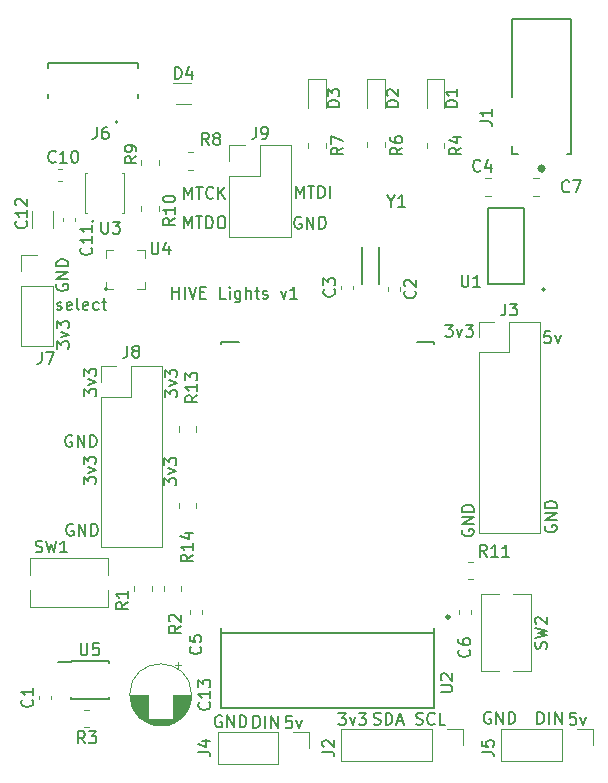
<source format=gto>
G04 #@! TF.GenerationSoftware,KiCad,Pcbnew,(5.1.10)-1*
G04 #@! TF.CreationDate,2022-03-14T11:30:17-04:00*
G04 #@! TF.ProjectId,overhead,6f766572-6865-4616-942e-6b696361645f,rev?*
G04 #@! TF.SameCoordinates,Original*
G04 #@! TF.FileFunction,Legend,Top*
G04 #@! TF.FilePolarity,Positive*
%FSLAX46Y46*%
G04 Gerber Fmt 4.6, Leading zero omitted, Abs format (unit mm)*
G04 Created by KiCad (PCBNEW (5.1.10)-1) date 2022-03-14 11:30:17*
%MOMM*%
%LPD*%
G01*
G04 APERTURE LIST*
%ADD10C,0.150000*%
%ADD11C,0.127000*%
%ADD12C,0.200000*%
%ADD13C,0.120000*%
%ADD14C,0.203200*%
%ADD15C,0.300000*%
%ADD16C,0.380000*%
%ADD17C,2.200000*%
%ADD18O,0.900000X1.800000*%
%ADD19R,1.900000X1.900000*%
%ADD20R,1.600000X1.400000*%
%ADD21R,0.400000X1.350000*%
%ADD22R,0.450000X0.300000*%
%ADD23R,1.500000X2.400000*%
%ADD24R,0.600000X1.100000*%
%ADD25R,1.100000X0.400000*%
%ADD26R,2.150000X3.250000*%
%ADD27R,2.150000X1.000000*%
%ADD28C,1.600000*%
%ADD29R,1.600000X1.600000*%
%ADD30R,2.389200X1.601800*%
%ADD31R,0.254000X0.863600*%
%ADD32R,2.108200X0.558800*%
%ADD33R,0.558800X2.108200*%
%ADD34C,0.400000*%
%ADD35R,1.000000X1.000000*%
%ADD36R,0.900000X1.500000*%
%ADD37R,1.500000X0.900000*%
%ADD38R,1.501800X1.501800*%
%ADD39R,0.812800X0.254000*%
%ADD40R,0.355600X0.355600*%
%ADD41R,0.254000X0.812800*%
%ADD42O,1.700000X1.700000*%
%ADD43R,1.700000X1.700000*%
%ADD44O,1.524000X3.048000*%
%ADD45O,3.048000X1.524000*%
G04 APERTURE END LIST*
D10*
X68738095Y-69952380D02*
X68738095Y-68952380D01*
X68738095Y-69428571D02*
X69309523Y-69428571D01*
X69309523Y-69952380D02*
X69309523Y-68952380D01*
X69785714Y-69952380D02*
X69785714Y-68952380D01*
X70119047Y-68952380D02*
X70452380Y-69952380D01*
X70785714Y-68952380D01*
X71119047Y-69428571D02*
X71452380Y-69428571D01*
X71595238Y-69952380D02*
X71119047Y-69952380D01*
X71119047Y-68952380D01*
X71595238Y-68952380D01*
X73261904Y-69952380D02*
X72785714Y-69952380D01*
X72785714Y-68952380D01*
X73595238Y-69952380D02*
X73595238Y-69285714D01*
X73595238Y-68952380D02*
X73547619Y-69000000D01*
X73595238Y-69047619D01*
X73642857Y-69000000D01*
X73595238Y-68952380D01*
X73595238Y-69047619D01*
X74500000Y-69285714D02*
X74500000Y-70095238D01*
X74452380Y-70190476D01*
X74404761Y-70238095D01*
X74309523Y-70285714D01*
X74166666Y-70285714D01*
X74071428Y-70238095D01*
X74500000Y-69904761D02*
X74404761Y-69952380D01*
X74214285Y-69952380D01*
X74119047Y-69904761D01*
X74071428Y-69857142D01*
X74023809Y-69761904D01*
X74023809Y-69476190D01*
X74071428Y-69380952D01*
X74119047Y-69333333D01*
X74214285Y-69285714D01*
X74404761Y-69285714D01*
X74500000Y-69333333D01*
X74976190Y-69952380D02*
X74976190Y-68952380D01*
X75404761Y-69952380D02*
X75404761Y-69428571D01*
X75357142Y-69333333D01*
X75261904Y-69285714D01*
X75119047Y-69285714D01*
X75023809Y-69333333D01*
X74976190Y-69380952D01*
X75738095Y-69285714D02*
X76119047Y-69285714D01*
X75880952Y-68952380D02*
X75880952Y-69809523D01*
X75928571Y-69904761D01*
X76023809Y-69952380D01*
X76119047Y-69952380D01*
X76404761Y-69904761D02*
X76500000Y-69952380D01*
X76690476Y-69952380D01*
X76785714Y-69904761D01*
X76833333Y-69809523D01*
X76833333Y-69761904D01*
X76785714Y-69666666D01*
X76690476Y-69619047D01*
X76547619Y-69619047D01*
X76452380Y-69571428D01*
X76404761Y-69476190D01*
X76404761Y-69428571D01*
X76452380Y-69333333D01*
X76547619Y-69285714D01*
X76690476Y-69285714D01*
X76785714Y-69333333D01*
X77928571Y-69285714D02*
X78166666Y-69952380D01*
X78404761Y-69285714D01*
X79309523Y-69952380D02*
X78738095Y-69952380D01*
X79023809Y-69952380D02*
X79023809Y-68952380D01*
X78928571Y-69095238D01*
X78833333Y-69190476D01*
X78738095Y-69238095D01*
X85798809Y-105979761D02*
X85941666Y-106027380D01*
X86179761Y-106027380D01*
X86275000Y-105979761D01*
X86322619Y-105932142D01*
X86370238Y-105836904D01*
X86370238Y-105741666D01*
X86322619Y-105646428D01*
X86275000Y-105598809D01*
X86179761Y-105551190D01*
X85989285Y-105503571D01*
X85894047Y-105455952D01*
X85846428Y-105408333D01*
X85798809Y-105313095D01*
X85798809Y-105217857D01*
X85846428Y-105122619D01*
X85894047Y-105075000D01*
X85989285Y-105027380D01*
X86227380Y-105027380D01*
X86370238Y-105075000D01*
X86798809Y-106027380D02*
X86798809Y-105027380D01*
X87036904Y-105027380D01*
X87179761Y-105075000D01*
X87275000Y-105170238D01*
X87322619Y-105265476D01*
X87370238Y-105455952D01*
X87370238Y-105598809D01*
X87322619Y-105789285D01*
X87275000Y-105884523D01*
X87179761Y-105979761D01*
X87036904Y-106027380D01*
X86798809Y-106027380D01*
X87751190Y-105741666D02*
X88227380Y-105741666D01*
X87655952Y-106027380D02*
X87989285Y-105027380D01*
X88322619Y-106027380D01*
X89370238Y-105979761D02*
X89513095Y-106027380D01*
X89751190Y-106027380D01*
X89846428Y-105979761D01*
X89894047Y-105932142D01*
X89941666Y-105836904D01*
X89941666Y-105741666D01*
X89894047Y-105646428D01*
X89846428Y-105598809D01*
X89751190Y-105551190D01*
X89560714Y-105503571D01*
X89465476Y-105455952D01*
X89417857Y-105408333D01*
X89370238Y-105313095D01*
X89370238Y-105217857D01*
X89417857Y-105122619D01*
X89465476Y-105075000D01*
X89560714Y-105027380D01*
X89798809Y-105027380D01*
X89941666Y-105075000D01*
X90941666Y-105932142D02*
X90894047Y-105979761D01*
X90751190Y-106027380D01*
X90655952Y-106027380D01*
X90513095Y-105979761D01*
X90417857Y-105884523D01*
X90370238Y-105789285D01*
X90322619Y-105598809D01*
X90322619Y-105455952D01*
X90370238Y-105265476D01*
X90417857Y-105170238D01*
X90513095Y-105075000D01*
X90655952Y-105027380D01*
X90751190Y-105027380D01*
X90894047Y-105075000D01*
X90941666Y-105122619D01*
X91846428Y-106027380D02*
X91370238Y-106027380D01*
X91370238Y-105027380D01*
X82809523Y-105052380D02*
X83428571Y-105052380D01*
X83095238Y-105433333D01*
X83238095Y-105433333D01*
X83333333Y-105480952D01*
X83380952Y-105528571D01*
X83428571Y-105623809D01*
X83428571Y-105861904D01*
X83380952Y-105957142D01*
X83333333Y-106004761D01*
X83238095Y-106052380D01*
X82952380Y-106052380D01*
X82857142Y-106004761D01*
X82809523Y-105957142D01*
X83761904Y-105385714D02*
X84000000Y-106052380D01*
X84238095Y-105385714D01*
X84523809Y-105052380D02*
X85142857Y-105052380D01*
X84809523Y-105433333D01*
X84952380Y-105433333D01*
X85047619Y-105480952D01*
X85095238Y-105528571D01*
X85142857Y-105623809D01*
X85142857Y-105861904D01*
X85095238Y-105957142D01*
X85047619Y-106004761D01*
X84952380Y-106052380D01*
X84666666Y-106052380D01*
X84571428Y-106004761D01*
X84523809Y-105957142D01*
X99651190Y-105977380D02*
X99651190Y-104977380D01*
X99889285Y-104977380D01*
X100032142Y-105025000D01*
X100127380Y-105120238D01*
X100175000Y-105215476D01*
X100222619Y-105405952D01*
X100222619Y-105548809D01*
X100175000Y-105739285D01*
X100127380Y-105834523D01*
X100032142Y-105929761D01*
X99889285Y-105977380D01*
X99651190Y-105977380D01*
X100651190Y-105977380D02*
X100651190Y-104977380D01*
X101127380Y-105977380D02*
X101127380Y-104977380D01*
X101698809Y-105977380D01*
X101698809Y-104977380D01*
X95688095Y-105000000D02*
X95592857Y-104952380D01*
X95450000Y-104952380D01*
X95307142Y-105000000D01*
X95211904Y-105095238D01*
X95164285Y-105190476D01*
X95116666Y-105380952D01*
X95116666Y-105523809D01*
X95164285Y-105714285D01*
X95211904Y-105809523D01*
X95307142Y-105904761D01*
X95450000Y-105952380D01*
X95545238Y-105952380D01*
X95688095Y-105904761D01*
X95735714Y-105857142D01*
X95735714Y-105523809D01*
X95545238Y-105523809D01*
X96164285Y-105952380D02*
X96164285Y-104952380D01*
X96735714Y-105952380D01*
X96735714Y-104952380D01*
X97211904Y-105952380D02*
X97211904Y-104952380D01*
X97450000Y-104952380D01*
X97592857Y-105000000D01*
X97688095Y-105095238D01*
X97735714Y-105190476D01*
X97783333Y-105380952D01*
X97783333Y-105523809D01*
X97735714Y-105714285D01*
X97688095Y-105809523D01*
X97592857Y-105904761D01*
X97450000Y-105952380D01*
X97211904Y-105952380D01*
X102907142Y-105027380D02*
X102430952Y-105027380D01*
X102383333Y-105503571D01*
X102430952Y-105455952D01*
X102526190Y-105408333D01*
X102764285Y-105408333D01*
X102859523Y-105455952D01*
X102907142Y-105503571D01*
X102954761Y-105598809D01*
X102954761Y-105836904D01*
X102907142Y-105932142D01*
X102859523Y-105979761D01*
X102764285Y-106027380D01*
X102526190Y-106027380D01*
X102430952Y-105979761D01*
X102383333Y-105932142D01*
X103288095Y-105360714D02*
X103526190Y-106027380D01*
X103764285Y-105360714D01*
X72913095Y-105300000D02*
X72817857Y-105252380D01*
X72675000Y-105252380D01*
X72532142Y-105300000D01*
X72436904Y-105395238D01*
X72389285Y-105490476D01*
X72341666Y-105680952D01*
X72341666Y-105823809D01*
X72389285Y-106014285D01*
X72436904Y-106109523D01*
X72532142Y-106204761D01*
X72675000Y-106252380D01*
X72770238Y-106252380D01*
X72913095Y-106204761D01*
X72960714Y-106157142D01*
X72960714Y-105823809D01*
X72770238Y-105823809D01*
X73389285Y-106252380D02*
X73389285Y-105252380D01*
X73960714Y-106252380D01*
X73960714Y-105252380D01*
X74436904Y-106252380D02*
X74436904Y-105252380D01*
X74675000Y-105252380D01*
X74817857Y-105300000D01*
X74913095Y-105395238D01*
X74960714Y-105490476D01*
X75008333Y-105680952D01*
X75008333Y-105823809D01*
X74960714Y-106014285D01*
X74913095Y-106109523D01*
X74817857Y-106204761D01*
X74675000Y-106252380D01*
X74436904Y-106252380D01*
X75601190Y-106277380D02*
X75601190Y-105277380D01*
X75839285Y-105277380D01*
X75982142Y-105325000D01*
X76077380Y-105420238D01*
X76125000Y-105515476D01*
X76172619Y-105705952D01*
X76172619Y-105848809D01*
X76125000Y-106039285D01*
X76077380Y-106134523D01*
X75982142Y-106229761D01*
X75839285Y-106277380D01*
X75601190Y-106277380D01*
X76601190Y-106277380D02*
X76601190Y-105277380D01*
X77077380Y-106277380D02*
X77077380Y-105277380D01*
X77648809Y-106277380D01*
X77648809Y-105277380D01*
X78857142Y-105327380D02*
X78380952Y-105327380D01*
X78333333Y-105803571D01*
X78380952Y-105755952D01*
X78476190Y-105708333D01*
X78714285Y-105708333D01*
X78809523Y-105755952D01*
X78857142Y-105803571D01*
X78904761Y-105898809D01*
X78904761Y-106136904D01*
X78857142Y-106232142D01*
X78809523Y-106279761D01*
X78714285Y-106327380D01*
X78476190Y-106327380D01*
X78380952Y-106279761D01*
X78333333Y-106232142D01*
X79238095Y-105660714D02*
X79476190Y-106327380D01*
X79714285Y-105660714D01*
X79197619Y-61427380D02*
X79197619Y-60427380D01*
X79530952Y-61141666D01*
X79864285Y-60427380D01*
X79864285Y-61427380D01*
X80197619Y-60427380D02*
X80769047Y-60427380D01*
X80483333Y-61427380D02*
X80483333Y-60427380D01*
X81102380Y-61427380D02*
X81102380Y-60427380D01*
X81340476Y-60427380D01*
X81483333Y-60475000D01*
X81578571Y-60570238D01*
X81626190Y-60665476D01*
X81673809Y-60855952D01*
X81673809Y-60998809D01*
X81626190Y-61189285D01*
X81578571Y-61284523D01*
X81483333Y-61379761D01*
X81340476Y-61427380D01*
X81102380Y-61427380D01*
X82102380Y-61427380D02*
X82102380Y-60427380D01*
X69735714Y-61502380D02*
X69735714Y-60502380D01*
X70069047Y-61216666D01*
X70402380Y-60502380D01*
X70402380Y-61502380D01*
X70735714Y-60502380D02*
X71307142Y-60502380D01*
X71021428Y-61502380D02*
X71021428Y-60502380D01*
X72211904Y-61407142D02*
X72164285Y-61454761D01*
X72021428Y-61502380D01*
X71926190Y-61502380D01*
X71783333Y-61454761D01*
X71688095Y-61359523D01*
X71640476Y-61264285D01*
X71592857Y-61073809D01*
X71592857Y-60930952D01*
X71640476Y-60740476D01*
X71688095Y-60645238D01*
X71783333Y-60550000D01*
X71926190Y-60502380D01*
X72021428Y-60502380D01*
X72164285Y-60550000D01*
X72211904Y-60597619D01*
X72640476Y-61502380D02*
X72640476Y-60502380D01*
X73211904Y-61502380D02*
X72783333Y-60930952D01*
X73211904Y-60502380D02*
X72640476Y-61073809D01*
X69711904Y-64002380D02*
X69711904Y-63002380D01*
X70045238Y-63716666D01*
X70378571Y-63002380D01*
X70378571Y-64002380D01*
X70711904Y-63002380D02*
X71283333Y-63002380D01*
X70997619Y-64002380D02*
X70997619Y-63002380D01*
X71616666Y-64002380D02*
X71616666Y-63002380D01*
X71854761Y-63002380D01*
X71997619Y-63050000D01*
X72092857Y-63145238D01*
X72140476Y-63240476D01*
X72188095Y-63430952D01*
X72188095Y-63573809D01*
X72140476Y-63764285D01*
X72092857Y-63859523D01*
X71997619Y-63954761D01*
X71854761Y-64002380D01*
X71616666Y-64002380D01*
X72807142Y-63002380D02*
X72997619Y-63002380D01*
X73092857Y-63050000D01*
X73188095Y-63145238D01*
X73235714Y-63335714D01*
X73235714Y-63669047D01*
X73188095Y-63859523D01*
X73092857Y-63954761D01*
X72997619Y-64002380D01*
X72807142Y-64002380D01*
X72711904Y-63954761D01*
X72616666Y-63859523D01*
X72569047Y-63669047D01*
X72569047Y-63335714D01*
X72616666Y-63145238D01*
X72711904Y-63050000D01*
X72807142Y-63002380D01*
X79638095Y-63075000D02*
X79542857Y-63027380D01*
X79400000Y-63027380D01*
X79257142Y-63075000D01*
X79161904Y-63170238D01*
X79114285Y-63265476D01*
X79066666Y-63455952D01*
X79066666Y-63598809D01*
X79114285Y-63789285D01*
X79161904Y-63884523D01*
X79257142Y-63979761D01*
X79400000Y-64027380D01*
X79495238Y-64027380D01*
X79638095Y-63979761D01*
X79685714Y-63932142D01*
X79685714Y-63598809D01*
X79495238Y-63598809D01*
X80114285Y-64027380D02*
X80114285Y-63027380D01*
X80685714Y-64027380D01*
X80685714Y-63027380D01*
X81161904Y-64027380D02*
X81161904Y-63027380D01*
X81400000Y-63027380D01*
X81542857Y-63075000D01*
X81638095Y-63170238D01*
X81685714Y-63265476D01*
X81733333Y-63455952D01*
X81733333Y-63598809D01*
X81685714Y-63789285D01*
X81638095Y-63884523D01*
X81542857Y-63979761D01*
X81400000Y-64027380D01*
X81161904Y-64027380D01*
X58977380Y-70879761D02*
X59072619Y-70927380D01*
X59263095Y-70927380D01*
X59358333Y-70879761D01*
X59405952Y-70784523D01*
X59405952Y-70736904D01*
X59358333Y-70641666D01*
X59263095Y-70594047D01*
X59120238Y-70594047D01*
X59025000Y-70546428D01*
X58977380Y-70451190D01*
X58977380Y-70403571D01*
X59025000Y-70308333D01*
X59120238Y-70260714D01*
X59263095Y-70260714D01*
X59358333Y-70308333D01*
X60215476Y-70879761D02*
X60120238Y-70927380D01*
X59929761Y-70927380D01*
X59834523Y-70879761D01*
X59786904Y-70784523D01*
X59786904Y-70403571D01*
X59834523Y-70308333D01*
X59929761Y-70260714D01*
X60120238Y-70260714D01*
X60215476Y-70308333D01*
X60263095Y-70403571D01*
X60263095Y-70498809D01*
X59786904Y-70594047D01*
X60834523Y-70927380D02*
X60739285Y-70879761D01*
X60691666Y-70784523D01*
X60691666Y-69927380D01*
X61596428Y-70879761D02*
X61501190Y-70927380D01*
X61310714Y-70927380D01*
X61215476Y-70879761D01*
X61167857Y-70784523D01*
X61167857Y-70403571D01*
X61215476Y-70308333D01*
X61310714Y-70260714D01*
X61501190Y-70260714D01*
X61596428Y-70308333D01*
X61644047Y-70403571D01*
X61644047Y-70498809D01*
X61167857Y-70594047D01*
X62501190Y-70879761D02*
X62405952Y-70927380D01*
X62215476Y-70927380D01*
X62120238Y-70879761D01*
X62072619Y-70832142D01*
X62025000Y-70736904D01*
X62025000Y-70451190D01*
X62072619Y-70355952D01*
X62120238Y-70308333D01*
X62215476Y-70260714D01*
X62405952Y-70260714D01*
X62501190Y-70308333D01*
X62786904Y-70260714D02*
X63167857Y-70260714D01*
X62929761Y-69927380D02*
X62929761Y-70784523D01*
X62977380Y-70879761D01*
X63072619Y-70927380D01*
X63167857Y-70927380D01*
X58975000Y-68736904D02*
X58927380Y-68832142D01*
X58927380Y-68975000D01*
X58975000Y-69117857D01*
X59070238Y-69213095D01*
X59165476Y-69260714D01*
X59355952Y-69308333D01*
X59498809Y-69308333D01*
X59689285Y-69260714D01*
X59784523Y-69213095D01*
X59879761Y-69117857D01*
X59927380Y-68975000D01*
X59927380Y-68879761D01*
X59879761Y-68736904D01*
X59832142Y-68689285D01*
X59498809Y-68689285D01*
X59498809Y-68879761D01*
X59927380Y-68260714D02*
X58927380Y-68260714D01*
X59927380Y-67689285D01*
X58927380Y-67689285D01*
X59927380Y-67213095D02*
X58927380Y-67213095D01*
X58927380Y-66975000D01*
X58975000Y-66832142D01*
X59070238Y-66736904D01*
X59165476Y-66689285D01*
X59355952Y-66641666D01*
X59498809Y-66641666D01*
X59689285Y-66689285D01*
X59784523Y-66736904D01*
X59879761Y-66832142D01*
X59927380Y-66975000D01*
X59927380Y-67213095D01*
X58977380Y-74190476D02*
X58977380Y-73571428D01*
X59358333Y-73904761D01*
X59358333Y-73761904D01*
X59405952Y-73666666D01*
X59453571Y-73619047D01*
X59548809Y-73571428D01*
X59786904Y-73571428D01*
X59882142Y-73619047D01*
X59929761Y-73666666D01*
X59977380Y-73761904D01*
X59977380Y-74047619D01*
X59929761Y-74142857D01*
X59882142Y-74190476D01*
X59310714Y-73238095D02*
X59977380Y-73000000D01*
X59310714Y-72761904D01*
X58977380Y-72476190D02*
X58977380Y-71857142D01*
X59358333Y-72190476D01*
X59358333Y-72047619D01*
X59405952Y-71952380D01*
X59453571Y-71904761D01*
X59548809Y-71857142D01*
X59786904Y-71857142D01*
X59882142Y-71904761D01*
X59929761Y-71952380D01*
X59977380Y-72047619D01*
X59977380Y-72333333D01*
X59929761Y-72428571D01*
X59882142Y-72476190D01*
X60338095Y-89075000D02*
X60242857Y-89027380D01*
X60100000Y-89027380D01*
X59957142Y-89075000D01*
X59861904Y-89170238D01*
X59814285Y-89265476D01*
X59766666Y-89455952D01*
X59766666Y-89598809D01*
X59814285Y-89789285D01*
X59861904Y-89884523D01*
X59957142Y-89979761D01*
X60100000Y-90027380D01*
X60195238Y-90027380D01*
X60338095Y-89979761D01*
X60385714Y-89932142D01*
X60385714Y-89598809D01*
X60195238Y-89598809D01*
X60814285Y-90027380D02*
X60814285Y-89027380D01*
X61385714Y-90027380D01*
X61385714Y-89027380D01*
X61861904Y-90027380D02*
X61861904Y-89027380D01*
X62100000Y-89027380D01*
X62242857Y-89075000D01*
X62338095Y-89170238D01*
X62385714Y-89265476D01*
X62433333Y-89455952D01*
X62433333Y-89598809D01*
X62385714Y-89789285D01*
X62338095Y-89884523D01*
X62242857Y-89979761D01*
X62100000Y-90027380D01*
X61861904Y-90027380D01*
X60238095Y-81550000D02*
X60142857Y-81502380D01*
X60000000Y-81502380D01*
X59857142Y-81550000D01*
X59761904Y-81645238D01*
X59714285Y-81740476D01*
X59666666Y-81930952D01*
X59666666Y-82073809D01*
X59714285Y-82264285D01*
X59761904Y-82359523D01*
X59857142Y-82454761D01*
X60000000Y-82502380D01*
X60095238Y-82502380D01*
X60238095Y-82454761D01*
X60285714Y-82407142D01*
X60285714Y-82073809D01*
X60095238Y-82073809D01*
X60714285Y-82502380D02*
X60714285Y-81502380D01*
X61285714Y-82502380D01*
X61285714Y-81502380D01*
X61761904Y-82502380D02*
X61761904Y-81502380D01*
X62000000Y-81502380D01*
X62142857Y-81550000D01*
X62238095Y-81645238D01*
X62285714Y-81740476D01*
X62333333Y-81930952D01*
X62333333Y-82073809D01*
X62285714Y-82264285D01*
X62238095Y-82359523D01*
X62142857Y-82454761D01*
X62000000Y-82502380D01*
X61761904Y-82502380D01*
X61252380Y-85665476D02*
X61252380Y-85046428D01*
X61633333Y-85379761D01*
X61633333Y-85236904D01*
X61680952Y-85141666D01*
X61728571Y-85094047D01*
X61823809Y-85046428D01*
X62061904Y-85046428D01*
X62157142Y-85094047D01*
X62204761Y-85141666D01*
X62252380Y-85236904D01*
X62252380Y-85522619D01*
X62204761Y-85617857D01*
X62157142Y-85665476D01*
X61585714Y-84713095D02*
X62252380Y-84475000D01*
X61585714Y-84236904D01*
X61252380Y-83951190D02*
X61252380Y-83332142D01*
X61633333Y-83665476D01*
X61633333Y-83522619D01*
X61680952Y-83427380D01*
X61728571Y-83379761D01*
X61823809Y-83332142D01*
X62061904Y-83332142D01*
X62157142Y-83379761D01*
X62204761Y-83427380D01*
X62252380Y-83522619D01*
X62252380Y-83808333D01*
X62204761Y-83903571D01*
X62157142Y-83951190D01*
X68077380Y-85765476D02*
X68077380Y-85146428D01*
X68458333Y-85479761D01*
X68458333Y-85336904D01*
X68505952Y-85241666D01*
X68553571Y-85194047D01*
X68648809Y-85146428D01*
X68886904Y-85146428D01*
X68982142Y-85194047D01*
X69029761Y-85241666D01*
X69077380Y-85336904D01*
X69077380Y-85622619D01*
X69029761Y-85717857D01*
X68982142Y-85765476D01*
X68410714Y-84813095D02*
X69077380Y-84575000D01*
X68410714Y-84336904D01*
X68077380Y-84051190D02*
X68077380Y-83432142D01*
X68458333Y-83765476D01*
X68458333Y-83622619D01*
X68505952Y-83527380D01*
X68553571Y-83479761D01*
X68648809Y-83432142D01*
X68886904Y-83432142D01*
X68982142Y-83479761D01*
X69029761Y-83527380D01*
X69077380Y-83622619D01*
X69077380Y-83908333D01*
X69029761Y-84003571D01*
X68982142Y-84051190D01*
X68127380Y-78315476D02*
X68127380Y-77696428D01*
X68508333Y-78029761D01*
X68508333Y-77886904D01*
X68555952Y-77791666D01*
X68603571Y-77744047D01*
X68698809Y-77696428D01*
X68936904Y-77696428D01*
X69032142Y-77744047D01*
X69079761Y-77791666D01*
X69127380Y-77886904D01*
X69127380Y-78172619D01*
X69079761Y-78267857D01*
X69032142Y-78315476D01*
X68460714Y-77363095D02*
X69127380Y-77125000D01*
X68460714Y-76886904D01*
X68127380Y-76601190D02*
X68127380Y-75982142D01*
X68508333Y-76315476D01*
X68508333Y-76172619D01*
X68555952Y-76077380D01*
X68603571Y-76029761D01*
X68698809Y-75982142D01*
X68936904Y-75982142D01*
X69032142Y-76029761D01*
X69079761Y-76077380D01*
X69127380Y-76172619D01*
X69127380Y-76458333D01*
X69079761Y-76553571D01*
X69032142Y-76601190D01*
X61302380Y-78215476D02*
X61302380Y-77596428D01*
X61683333Y-77929761D01*
X61683333Y-77786904D01*
X61730952Y-77691666D01*
X61778571Y-77644047D01*
X61873809Y-77596428D01*
X62111904Y-77596428D01*
X62207142Y-77644047D01*
X62254761Y-77691666D01*
X62302380Y-77786904D01*
X62302380Y-78072619D01*
X62254761Y-78167857D01*
X62207142Y-78215476D01*
X61635714Y-77263095D02*
X62302380Y-77025000D01*
X61635714Y-76786904D01*
X61302380Y-76501190D02*
X61302380Y-75882142D01*
X61683333Y-76215476D01*
X61683333Y-76072619D01*
X61730952Y-75977380D01*
X61778571Y-75929761D01*
X61873809Y-75882142D01*
X62111904Y-75882142D01*
X62207142Y-75929761D01*
X62254761Y-75977380D01*
X62302380Y-76072619D01*
X62302380Y-76358333D01*
X62254761Y-76453571D01*
X62207142Y-76501190D01*
X93300000Y-89511904D02*
X93252380Y-89607142D01*
X93252380Y-89750000D01*
X93300000Y-89892857D01*
X93395238Y-89988095D01*
X93490476Y-90035714D01*
X93680952Y-90083333D01*
X93823809Y-90083333D01*
X94014285Y-90035714D01*
X94109523Y-89988095D01*
X94204761Y-89892857D01*
X94252380Y-89750000D01*
X94252380Y-89654761D01*
X94204761Y-89511904D01*
X94157142Y-89464285D01*
X93823809Y-89464285D01*
X93823809Y-89654761D01*
X94252380Y-89035714D02*
X93252380Y-89035714D01*
X94252380Y-88464285D01*
X93252380Y-88464285D01*
X94252380Y-87988095D02*
X93252380Y-87988095D01*
X93252380Y-87750000D01*
X93300000Y-87607142D01*
X93395238Y-87511904D01*
X93490476Y-87464285D01*
X93680952Y-87416666D01*
X93823809Y-87416666D01*
X94014285Y-87464285D01*
X94109523Y-87511904D01*
X94204761Y-87607142D01*
X94252380Y-87750000D01*
X94252380Y-87988095D01*
X100325000Y-89186904D02*
X100277380Y-89282142D01*
X100277380Y-89425000D01*
X100325000Y-89567857D01*
X100420238Y-89663095D01*
X100515476Y-89710714D01*
X100705952Y-89758333D01*
X100848809Y-89758333D01*
X101039285Y-89710714D01*
X101134523Y-89663095D01*
X101229761Y-89567857D01*
X101277380Y-89425000D01*
X101277380Y-89329761D01*
X101229761Y-89186904D01*
X101182142Y-89139285D01*
X100848809Y-89139285D01*
X100848809Y-89329761D01*
X101277380Y-88710714D02*
X100277380Y-88710714D01*
X101277380Y-88139285D01*
X100277380Y-88139285D01*
X101277380Y-87663095D02*
X100277380Y-87663095D01*
X100277380Y-87425000D01*
X100325000Y-87282142D01*
X100420238Y-87186904D01*
X100515476Y-87139285D01*
X100705952Y-87091666D01*
X100848809Y-87091666D01*
X101039285Y-87139285D01*
X101134523Y-87186904D01*
X101229761Y-87282142D01*
X101277380Y-87425000D01*
X101277380Y-87663095D01*
X100757142Y-72727380D02*
X100280952Y-72727380D01*
X100233333Y-73203571D01*
X100280952Y-73155952D01*
X100376190Y-73108333D01*
X100614285Y-73108333D01*
X100709523Y-73155952D01*
X100757142Y-73203571D01*
X100804761Y-73298809D01*
X100804761Y-73536904D01*
X100757142Y-73632142D01*
X100709523Y-73679761D01*
X100614285Y-73727380D01*
X100376190Y-73727380D01*
X100280952Y-73679761D01*
X100233333Y-73632142D01*
X101138095Y-73060714D02*
X101376190Y-73727380D01*
X101614285Y-73060714D01*
X91859523Y-72177380D02*
X92478571Y-72177380D01*
X92145238Y-72558333D01*
X92288095Y-72558333D01*
X92383333Y-72605952D01*
X92430952Y-72653571D01*
X92478571Y-72748809D01*
X92478571Y-72986904D01*
X92430952Y-73082142D01*
X92383333Y-73129761D01*
X92288095Y-73177380D01*
X92002380Y-73177380D01*
X91907142Y-73129761D01*
X91859523Y-73082142D01*
X92811904Y-72510714D02*
X93050000Y-73177380D01*
X93288095Y-72510714D01*
X93573809Y-72177380D02*
X94192857Y-72177380D01*
X93859523Y-72558333D01*
X94002380Y-72558333D01*
X94097619Y-72605952D01*
X94145238Y-72653571D01*
X94192857Y-72748809D01*
X94192857Y-72986904D01*
X94145238Y-73082142D01*
X94097619Y-73129761D01*
X94002380Y-73177380D01*
X93716666Y-73177380D01*
X93621428Y-73129761D01*
X93573809Y-73082142D01*
D11*
X58200000Y-50400000D02*
X58200000Y-50100000D01*
X65800000Y-50400000D02*
X65800000Y-50100000D01*
X58200000Y-52600000D02*
X58200000Y-53000000D01*
X65800000Y-53000000D02*
X65800000Y-52600000D01*
X65800000Y-50050000D02*
X58200000Y-50050000D01*
D12*
X64100000Y-55000000D02*
G75*
G03*
X64100000Y-55000000I-100000J0D01*
G01*
D13*
X68800000Y-51700000D02*
X70350000Y-51700000D01*
X70350000Y-53500000D02*
X69050000Y-53500000D01*
D11*
X86200000Y-68730000D02*
X86200000Y-65570000D01*
X84800000Y-65570000D02*
X84800000Y-68730000D01*
D10*
X60125000Y-100750000D02*
X59050000Y-100750000D01*
X60125000Y-103875000D02*
X63375000Y-103875000D01*
X60125000Y-100625000D02*
X63375000Y-100625000D01*
X60125000Y-103875000D02*
X60125000Y-103650000D01*
X63375000Y-103875000D02*
X63375000Y-103650000D01*
X63375000Y-100625000D02*
X63375000Y-100850000D01*
X60125000Y-100625000D02*
X60125000Y-100750000D01*
D11*
X100302000Y-69183000D02*
G75*
G03*
X100302000Y-69183000I-127000J0D01*
G01*
D14*
X95500000Y-68750000D02*
X95500000Y-62250000D01*
X98500000Y-68750000D02*
X95500000Y-68750000D01*
X98500000Y-62250000D02*
X98500000Y-68750000D01*
X95500000Y-62250000D02*
X98500000Y-62250000D01*
D13*
X61727064Y-104765000D02*
X61272936Y-104765000D01*
X61727064Y-106235000D02*
X61272936Y-106235000D01*
X69475000Y-100945225D02*
X68975000Y-100945225D01*
X69225000Y-100695225D02*
X69225000Y-101195225D01*
X68034000Y-106101000D02*
X67466000Y-106101000D01*
X68268000Y-106061000D02*
X67232000Y-106061000D01*
X68427000Y-106021000D02*
X67073000Y-106021000D01*
X68555000Y-105981000D02*
X66945000Y-105981000D01*
X68665000Y-105941000D02*
X66835000Y-105941000D01*
X68761000Y-105901000D02*
X66739000Y-105901000D01*
X68848000Y-105861000D02*
X66652000Y-105861000D01*
X68928000Y-105821000D02*
X66572000Y-105821000D01*
X69001000Y-105781000D02*
X66499000Y-105781000D01*
X69069000Y-105741000D02*
X66431000Y-105741000D01*
X69133000Y-105701000D02*
X66367000Y-105701000D01*
X69193000Y-105661000D02*
X66307000Y-105661000D01*
X69250000Y-105621000D02*
X66250000Y-105621000D01*
X69304000Y-105581000D02*
X66196000Y-105581000D01*
X69355000Y-105541000D02*
X66145000Y-105541000D01*
X66710000Y-105501000D02*
X66097000Y-105501000D01*
X69403000Y-105501000D02*
X68790000Y-105501000D01*
X66710000Y-105461000D02*
X66051000Y-105461000D01*
X69449000Y-105461000D02*
X68790000Y-105461000D01*
X66710000Y-105421000D02*
X66007000Y-105421000D01*
X69493000Y-105421000D02*
X68790000Y-105421000D01*
X66710000Y-105381000D02*
X65965000Y-105381000D01*
X69535000Y-105381000D02*
X68790000Y-105381000D01*
X66710000Y-105341000D02*
X65924000Y-105341000D01*
X69576000Y-105341000D02*
X68790000Y-105341000D01*
X66710000Y-105301000D02*
X65886000Y-105301000D01*
X69614000Y-105301000D02*
X68790000Y-105301000D01*
X66710000Y-105261000D02*
X65849000Y-105261000D01*
X69651000Y-105261000D02*
X68790000Y-105261000D01*
X66710000Y-105221000D02*
X65813000Y-105221000D01*
X69687000Y-105221000D02*
X68790000Y-105221000D01*
X66710000Y-105181000D02*
X65779000Y-105181000D01*
X69721000Y-105181000D02*
X68790000Y-105181000D01*
X66710000Y-105141000D02*
X65746000Y-105141000D01*
X69754000Y-105141000D02*
X68790000Y-105141000D01*
X66710000Y-105101000D02*
X65715000Y-105101000D01*
X69785000Y-105101000D02*
X68790000Y-105101000D01*
X66710000Y-105061000D02*
X65685000Y-105061000D01*
X69815000Y-105061000D02*
X68790000Y-105061000D01*
X66710000Y-105021000D02*
X65655000Y-105021000D01*
X69845000Y-105021000D02*
X68790000Y-105021000D01*
X66710000Y-104981000D02*
X65628000Y-104981000D01*
X69872000Y-104981000D02*
X68790000Y-104981000D01*
X66710000Y-104941000D02*
X65601000Y-104941000D01*
X69899000Y-104941000D02*
X68790000Y-104941000D01*
X66710000Y-104901000D02*
X65575000Y-104901000D01*
X69925000Y-104901000D02*
X68790000Y-104901000D01*
X66710000Y-104861000D02*
X65550000Y-104861000D01*
X69950000Y-104861000D02*
X68790000Y-104861000D01*
X66710000Y-104821000D02*
X65526000Y-104821000D01*
X69974000Y-104821000D02*
X68790000Y-104821000D01*
X66710000Y-104781000D02*
X65503000Y-104781000D01*
X69997000Y-104781000D02*
X68790000Y-104781000D01*
X66710000Y-104741000D02*
X65482000Y-104741000D01*
X70018000Y-104741000D02*
X68790000Y-104741000D01*
X66710000Y-104701000D02*
X65460000Y-104701000D01*
X70040000Y-104701000D02*
X68790000Y-104701000D01*
X66710000Y-104661000D02*
X65440000Y-104661000D01*
X70060000Y-104661000D02*
X68790000Y-104661000D01*
X66710000Y-104621000D02*
X65421000Y-104621000D01*
X70079000Y-104621000D02*
X68790000Y-104621000D01*
X66710000Y-104581000D02*
X65402000Y-104581000D01*
X70098000Y-104581000D02*
X68790000Y-104581000D01*
X66710000Y-104541000D02*
X65385000Y-104541000D01*
X70115000Y-104541000D02*
X68790000Y-104541000D01*
X66710000Y-104501000D02*
X65368000Y-104501000D01*
X70132000Y-104501000D02*
X68790000Y-104501000D01*
X66710000Y-104461000D02*
X65352000Y-104461000D01*
X70148000Y-104461000D02*
X68790000Y-104461000D01*
X66710000Y-104421000D02*
X65336000Y-104421000D01*
X70164000Y-104421000D02*
X68790000Y-104421000D01*
X66710000Y-104381000D02*
X65322000Y-104381000D01*
X70178000Y-104381000D02*
X68790000Y-104381000D01*
X66710000Y-104341000D02*
X65308000Y-104341000D01*
X70192000Y-104341000D02*
X68790000Y-104341000D01*
X66710000Y-104301000D02*
X65295000Y-104301000D01*
X70205000Y-104301000D02*
X68790000Y-104301000D01*
X66710000Y-104261000D02*
X65282000Y-104261000D01*
X70218000Y-104261000D02*
X68790000Y-104261000D01*
X66710000Y-104221000D02*
X65270000Y-104221000D01*
X70230000Y-104221000D02*
X68790000Y-104221000D01*
X66710000Y-104180000D02*
X65259000Y-104180000D01*
X70241000Y-104180000D02*
X68790000Y-104180000D01*
X66710000Y-104140000D02*
X65249000Y-104140000D01*
X70251000Y-104140000D02*
X68790000Y-104140000D01*
X66710000Y-104100000D02*
X65239000Y-104100000D01*
X70261000Y-104100000D02*
X68790000Y-104100000D01*
X66710000Y-104060000D02*
X65230000Y-104060000D01*
X70270000Y-104060000D02*
X68790000Y-104060000D01*
X66710000Y-104020000D02*
X65222000Y-104020000D01*
X70278000Y-104020000D02*
X68790000Y-104020000D01*
X66710000Y-103980000D02*
X65214000Y-103980000D01*
X70286000Y-103980000D02*
X68790000Y-103980000D01*
X66710000Y-103940000D02*
X65207000Y-103940000D01*
X70293000Y-103940000D02*
X68790000Y-103940000D01*
X66710000Y-103900000D02*
X65200000Y-103900000D01*
X70300000Y-103900000D02*
X68790000Y-103900000D01*
X66710000Y-103860000D02*
X65194000Y-103860000D01*
X70306000Y-103860000D02*
X68790000Y-103860000D01*
X66710000Y-103820000D02*
X65189000Y-103820000D01*
X70311000Y-103820000D02*
X68790000Y-103820000D01*
X66710000Y-103780000D02*
X65185000Y-103780000D01*
X70315000Y-103780000D02*
X68790000Y-103780000D01*
X66710000Y-103740000D02*
X65181000Y-103740000D01*
X70319000Y-103740000D02*
X68790000Y-103740000D01*
X66710000Y-103700000D02*
X65177000Y-103700000D01*
X70323000Y-103700000D02*
X68790000Y-103700000D01*
X66710000Y-103660000D02*
X65174000Y-103660000D01*
X70326000Y-103660000D02*
X68790000Y-103660000D01*
X66710000Y-103620000D02*
X65172000Y-103620000D01*
X70328000Y-103620000D02*
X68790000Y-103620000D01*
X66710000Y-103580000D02*
X65171000Y-103580000D01*
X70329000Y-103580000D02*
X68790000Y-103580000D01*
X70330000Y-103540000D02*
X68790000Y-103540000D01*
X66710000Y-103540000D02*
X65170000Y-103540000D01*
X70330000Y-103500000D02*
X68790000Y-103500000D01*
X66710000Y-103500000D02*
X65170000Y-103500000D01*
X70370000Y-103500000D02*
G75*
G03*
X70370000Y-103500000I-2620000J0D01*
G01*
X56840000Y-62538748D02*
X56840000Y-63961252D01*
X58660000Y-62538748D02*
X58660000Y-63961252D01*
X99238748Y-61235000D02*
X99761252Y-61235000D01*
X99238748Y-59765000D02*
X99761252Y-59765000D01*
X95238748Y-61235000D02*
X95761252Y-61235000D01*
X95238748Y-59765000D02*
X95761252Y-59765000D01*
X57490000Y-103603733D02*
X57490000Y-103896267D01*
X58510000Y-103603733D02*
X58510000Y-103896267D01*
X62101600Y-63405000D02*
G75*
G03*
X62101600Y-63405000I-101600J0D01*
G01*
X61540259Y-59323600D02*
X61323600Y-59323600D01*
X64459741Y-62676400D02*
X64676400Y-62676400D01*
X61323600Y-62676400D02*
X61540259Y-62676400D01*
X61323600Y-59323600D02*
X61323600Y-62676400D01*
X64676400Y-59323600D02*
X64459741Y-59323600D01*
X64676400Y-62676400D02*
X64676400Y-59323600D01*
X63276600Y-91917200D02*
X56723400Y-91917200D01*
X56723400Y-91917200D02*
X56723400Y-93387860D01*
X56723400Y-96082800D02*
X63276600Y-96082800D01*
X63276600Y-96082800D02*
X63276600Y-94612140D01*
X63276600Y-93387860D02*
X63276600Y-91917200D01*
X56723400Y-94612140D02*
X56723400Y-96082800D01*
X99082800Y-101526600D02*
X99082800Y-94973400D01*
X99082800Y-94973400D02*
X97612140Y-94973400D01*
X94917200Y-94973400D02*
X94917200Y-101526600D01*
X94917200Y-101526600D02*
X96387860Y-101526600D01*
X97612140Y-101526600D02*
X99082800Y-101526600D01*
X96387860Y-94973400D02*
X94917200Y-94973400D01*
D11*
X72900000Y-73600000D02*
X74380000Y-73600000D01*
X72900000Y-73830000D02*
X72900000Y-73600000D01*
X90900000Y-73600000D02*
X89420000Y-73600000D01*
X90900000Y-73830000D02*
X90900000Y-73600000D01*
X72900000Y-98300000D02*
X72900000Y-97870000D01*
D15*
X92177000Y-96888000D02*
G75*
G03*
X92177000Y-96888000I-100000J0D01*
G01*
D11*
X90860000Y-98300000D02*
X72900000Y-98300000D01*
X90900000Y-97870000D02*
X90900000Y-104600000D01*
X72900000Y-104600000D02*
X72900000Y-98300000D01*
X90900000Y-104600000D02*
X72900000Y-104600000D01*
D13*
X63734000Y-65849000D02*
X63099000Y-65849000D01*
X63099000Y-65849000D02*
X63099000Y-66484000D01*
X63099000Y-68516000D02*
X63099000Y-69151000D01*
X63099000Y-69151000D02*
X63734000Y-69151000D01*
X65766000Y-65849000D02*
X66401000Y-65849000D01*
X66401000Y-65849000D02*
X66401000Y-66484000D01*
X66401000Y-68516000D02*
X66401000Y-69024000D01*
X66401000Y-69024000D02*
X66401000Y-69151000D01*
X66401000Y-69151000D02*
X65766000Y-69151000D01*
D12*
X63226000Y-69151000D02*
G75*
G03*
X63226000Y-69151000I-127000J0D01*
G01*
D13*
X70735000Y-87727064D02*
X70735000Y-87272936D01*
X69265000Y-87727064D02*
X69265000Y-87272936D01*
X70735000Y-81227064D02*
X70735000Y-80772936D01*
X69265000Y-81227064D02*
X69265000Y-80772936D01*
X93772936Y-93735000D02*
X94227064Y-93735000D01*
X93772936Y-92265000D02*
X94227064Y-92265000D01*
X66115000Y-62122936D02*
X66115000Y-62577064D01*
X67585000Y-62122936D02*
X67585000Y-62577064D01*
X66115000Y-58222936D02*
X66115000Y-58677064D01*
X67585000Y-58222936D02*
X67585000Y-58677064D01*
X70527064Y-57565000D02*
X70072936Y-57565000D01*
X70527064Y-59035000D02*
X70072936Y-59035000D01*
X81735000Y-57227064D02*
X81735000Y-56772936D01*
X80265000Y-57227064D02*
X80265000Y-56772936D01*
X86735000Y-57139564D02*
X86735000Y-56685436D01*
X85265000Y-57139564D02*
X85265000Y-56685436D01*
X91735000Y-57227064D02*
X91735000Y-56772936D01*
X90265000Y-57227064D02*
X90265000Y-56772936D01*
X68015000Y-94272936D02*
X68015000Y-94727064D01*
X69485000Y-94272936D02*
X69485000Y-94727064D01*
X65515000Y-94272936D02*
X65515000Y-94727064D01*
X66985000Y-94272936D02*
X66985000Y-94727064D01*
X73570000Y-56970000D02*
X74900000Y-56970000D01*
X73570000Y-58300000D02*
X73570000Y-56970000D01*
X76170000Y-56970000D02*
X78770000Y-56970000D01*
X76170000Y-59570000D02*
X76170000Y-56970000D01*
X73570000Y-59570000D02*
X76170000Y-59570000D01*
X78770000Y-56970000D02*
X78770000Y-64710000D01*
X73570000Y-59570000D02*
X73570000Y-64710000D01*
X73570000Y-64710000D02*
X78770000Y-64710000D01*
X80265000Y-51340000D02*
X80265000Y-53800000D01*
X81735000Y-51340000D02*
X80265000Y-51340000D01*
X81735000Y-53800000D02*
X81735000Y-51340000D01*
X85265000Y-51340000D02*
X85265000Y-53800000D01*
X86735000Y-51340000D02*
X85265000Y-51340000D01*
X86735000Y-53800000D02*
X86735000Y-51340000D01*
X90265000Y-51340000D02*
X90265000Y-53800000D01*
X91735000Y-51340000D02*
X90265000Y-51340000D01*
X91735000Y-53800000D02*
X91735000Y-51340000D01*
X59490000Y-63103733D02*
X59490000Y-63396267D01*
X60510000Y-63103733D02*
X60510000Y-63396267D01*
X59396267Y-58990000D02*
X59103733Y-58990000D01*
X59396267Y-60010000D02*
X59103733Y-60010000D01*
X94010000Y-96646267D02*
X94010000Y-96353733D01*
X92990000Y-96646267D02*
X92990000Y-96353733D01*
X70240000Y-96353733D02*
X70240000Y-96646267D01*
X71260000Y-96353733D02*
X71260000Y-96646267D01*
X84010000Y-69146267D02*
X84010000Y-68853733D01*
X82990000Y-69146267D02*
X82990000Y-68853733D01*
X88010000Y-69283767D02*
X88010000Y-68991233D01*
X86990000Y-69283767D02*
X86990000Y-68991233D01*
X62670000Y-75670000D02*
X64000000Y-75670000D01*
X62670000Y-77000000D02*
X62670000Y-75670000D01*
X65270000Y-75670000D02*
X67870000Y-75670000D01*
X65270000Y-78270000D02*
X65270000Y-75670000D01*
X62670000Y-78270000D02*
X65270000Y-78270000D01*
X67870000Y-75670000D02*
X67870000Y-91030000D01*
X62670000Y-78270000D02*
X62670000Y-91030000D01*
X62670000Y-91030000D02*
X67870000Y-91030000D01*
X55970000Y-66270000D02*
X57300000Y-66270000D01*
X55970000Y-67600000D02*
X55970000Y-66270000D01*
X55970000Y-68870000D02*
X58630000Y-68870000D01*
X58630000Y-68870000D02*
X58630000Y-74010000D01*
X55970000Y-68870000D02*
X55970000Y-74010000D01*
X55970000Y-74010000D02*
X58630000Y-74010000D01*
X104330000Y-106420000D02*
X104330000Y-107750000D01*
X103000000Y-106420000D02*
X104330000Y-106420000D01*
X101730000Y-106420000D02*
X101730000Y-109080000D01*
X101730000Y-109080000D02*
X96590000Y-109080000D01*
X101730000Y-106420000D02*
X96590000Y-106420000D01*
X96590000Y-106420000D02*
X96590000Y-109080000D01*
X80330000Y-106670000D02*
X80330000Y-108000000D01*
X79000000Y-106670000D02*
X80330000Y-106670000D01*
X77730000Y-106670000D02*
X77730000Y-109330000D01*
X77730000Y-109330000D02*
X72590000Y-109330000D01*
X77730000Y-106670000D02*
X72590000Y-106670000D01*
X72590000Y-106670000D02*
X72590000Y-109330000D01*
X94670000Y-71920000D02*
X96000000Y-71920000D01*
X94670000Y-73250000D02*
X94670000Y-71920000D01*
X97270000Y-71920000D02*
X99870000Y-71920000D01*
X97270000Y-74520000D02*
X97270000Y-71920000D01*
X94670000Y-74520000D02*
X97270000Y-74520000D01*
X99870000Y-71920000D02*
X99870000Y-89820000D01*
X94670000Y-74520000D02*
X94670000Y-89820000D01*
X94670000Y-89820000D02*
X99870000Y-89820000D01*
X93330000Y-106420000D02*
X93330000Y-107750000D01*
X92000000Y-106420000D02*
X93330000Y-106420000D01*
X90730000Y-106420000D02*
X90730000Y-109080000D01*
X90730000Y-109080000D02*
X83050000Y-109080000D01*
X90730000Y-106420000D02*
X83050000Y-106420000D01*
X83050000Y-106420000D02*
X83050000Y-109080000D01*
D11*
X102500000Y-57700000D02*
X102150000Y-57700000D01*
X97500000Y-57700000D02*
X98050000Y-57700000D01*
X97500000Y-57050000D02*
X97500000Y-57700000D01*
X97500000Y-52850000D02*
X97500000Y-46300000D01*
D16*
X100190000Y-58950000D02*
G75*
G03*
X100190000Y-58950000I-190000J0D01*
G01*
D11*
X102500000Y-46300000D02*
X102500000Y-57700000D01*
X97500000Y-46300000D02*
X102500000Y-46300000D01*
D16*
X100190000Y-58950000D02*
G75*
G03*
X100190000Y-58950000I-190000J0D01*
G01*
D10*
X62346076Y-55441300D02*
X62346076Y-56155586D01*
X62298457Y-56298443D01*
X62203219Y-56393681D01*
X62060362Y-56441300D01*
X61965124Y-56441300D01*
X63250838Y-55441300D02*
X63060362Y-55441300D01*
X62965124Y-55488920D01*
X62917505Y-55536539D01*
X62822267Y-55679396D01*
X62774648Y-55869872D01*
X62774648Y-56250824D01*
X62822267Y-56346062D01*
X62869886Y-56393681D01*
X62965124Y-56441300D01*
X63155600Y-56441300D01*
X63250838Y-56393681D01*
X63298457Y-56346062D01*
X63346076Y-56250824D01*
X63346076Y-56012729D01*
X63298457Y-55917491D01*
X63250838Y-55869872D01*
X63155600Y-55822253D01*
X62965124Y-55822253D01*
X62869886Y-55869872D01*
X62822267Y-55917491D01*
X62774648Y-56012729D01*
X68961904Y-51352380D02*
X68961904Y-50352380D01*
X69200000Y-50352380D01*
X69342857Y-50400000D01*
X69438095Y-50495238D01*
X69485714Y-50590476D01*
X69533333Y-50780952D01*
X69533333Y-50923809D01*
X69485714Y-51114285D01*
X69438095Y-51209523D01*
X69342857Y-51304761D01*
X69200000Y-51352380D01*
X68961904Y-51352380D01*
X70390476Y-50685714D02*
X70390476Y-51352380D01*
X70152380Y-50304761D02*
X69914285Y-51019047D01*
X70533333Y-51019047D01*
X87248809Y-61691190D02*
X87248809Y-62167380D01*
X86915476Y-61167380D02*
X87248809Y-61691190D01*
X87582142Y-61167380D01*
X88439285Y-62167380D02*
X87867857Y-62167380D01*
X88153571Y-62167380D02*
X88153571Y-61167380D01*
X88058333Y-61310238D01*
X87963095Y-61405476D01*
X87867857Y-61453095D01*
X60988095Y-99152380D02*
X60988095Y-99961904D01*
X61035714Y-100057142D01*
X61083333Y-100104761D01*
X61178571Y-100152380D01*
X61369047Y-100152380D01*
X61464285Y-100104761D01*
X61511904Y-100057142D01*
X61559523Y-99961904D01*
X61559523Y-99152380D01*
X62511904Y-99152380D02*
X62035714Y-99152380D01*
X61988095Y-99628571D01*
X62035714Y-99580952D01*
X62130952Y-99533333D01*
X62369047Y-99533333D01*
X62464285Y-99580952D01*
X62511904Y-99628571D01*
X62559523Y-99723809D01*
X62559523Y-99961904D01*
X62511904Y-100057142D01*
X62464285Y-100104761D01*
X62369047Y-100152380D01*
X62130952Y-100152380D01*
X62035714Y-100104761D01*
X61988095Y-100057142D01*
X93237735Y-67952122D02*
X93237735Y-68762028D01*
X93285377Y-68857311D01*
X93333018Y-68904952D01*
X93428301Y-68952594D01*
X93618867Y-68952594D01*
X93714150Y-68904952D01*
X93761792Y-68857311D01*
X93809433Y-68762028D01*
X93809433Y-67952122D01*
X94809905Y-68952594D02*
X94238207Y-68952594D01*
X94524056Y-68952594D02*
X94524056Y-67952122D01*
X94428773Y-68095047D01*
X94333490Y-68190330D01*
X94238207Y-68237971D01*
X61333333Y-107602380D02*
X61000000Y-107126190D01*
X60761904Y-107602380D02*
X60761904Y-106602380D01*
X61142857Y-106602380D01*
X61238095Y-106650000D01*
X61285714Y-106697619D01*
X61333333Y-106792857D01*
X61333333Y-106935714D01*
X61285714Y-107030952D01*
X61238095Y-107078571D01*
X61142857Y-107126190D01*
X60761904Y-107126190D01*
X61666666Y-106602380D02*
X62285714Y-106602380D01*
X61952380Y-106983333D01*
X62095238Y-106983333D01*
X62190476Y-107030952D01*
X62238095Y-107078571D01*
X62285714Y-107173809D01*
X62285714Y-107411904D01*
X62238095Y-107507142D01*
X62190476Y-107554761D01*
X62095238Y-107602380D01*
X61809523Y-107602380D01*
X61714285Y-107554761D01*
X61666666Y-107507142D01*
X71857142Y-104142857D02*
X71904761Y-104190476D01*
X71952380Y-104333333D01*
X71952380Y-104428571D01*
X71904761Y-104571428D01*
X71809523Y-104666666D01*
X71714285Y-104714285D01*
X71523809Y-104761904D01*
X71380952Y-104761904D01*
X71190476Y-104714285D01*
X71095238Y-104666666D01*
X71000000Y-104571428D01*
X70952380Y-104428571D01*
X70952380Y-104333333D01*
X71000000Y-104190476D01*
X71047619Y-104142857D01*
X71952380Y-103190476D02*
X71952380Y-103761904D01*
X71952380Y-103476190D02*
X70952380Y-103476190D01*
X71095238Y-103571428D01*
X71190476Y-103666666D01*
X71238095Y-103761904D01*
X70952380Y-102857142D02*
X70952380Y-102238095D01*
X71333333Y-102571428D01*
X71333333Y-102428571D01*
X71380952Y-102333333D01*
X71428571Y-102285714D01*
X71523809Y-102238095D01*
X71761904Y-102238095D01*
X71857142Y-102285714D01*
X71904761Y-102333333D01*
X71952380Y-102428571D01*
X71952380Y-102714285D01*
X71904761Y-102809523D01*
X71857142Y-102857142D01*
X56357142Y-63392857D02*
X56404761Y-63440476D01*
X56452380Y-63583333D01*
X56452380Y-63678571D01*
X56404761Y-63821428D01*
X56309523Y-63916666D01*
X56214285Y-63964285D01*
X56023809Y-64011904D01*
X55880952Y-64011904D01*
X55690476Y-63964285D01*
X55595238Y-63916666D01*
X55500000Y-63821428D01*
X55452380Y-63678571D01*
X55452380Y-63583333D01*
X55500000Y-63440476D01*
X55547619Y-63392857D01*
X56452380Y-62440476D02*
X56452380Y-63011904D01*
X56452380Y-62726190D02*
X55452380Y-62726190D01*
X55595238Y-62821428D01*
X55690476Y-62916666D01*
X55738095Y-63011904D01*
X55547619Y-62059523D02*
X55500000Y-62011904D01*
X55452380Y-61916666D01*
X55452380Y-61678571D01*
X55500000Y-61583333D01*
X55547619Y-61535714D01*
X55642857Y-61488095D01*
X55738095Y-61488095D01*
X55880952Y-61535714D01*
X56452380Y-62107142D01*
X56452380Y-61488095D01*
X102333333Y-60857142D02*
X102285714Y-60904761D01*
X102142857Y-60952380D01*
X102047619Y-60952380D01*
X101904761Y-60904761D01*
X101809523Y-60809523D01*
X101761904Y-60714285D01*
X101714285Y-60523809D01*
X101714285Y-60380952D01*
X101761904Y-60190476D01*
X101809523Y-60095238D01*
X101904761Y-60000000D01*
X102047619Y-59952380D01*
X102142857Y-59952380D01*
X102285714Y-60000000D01*
X102333333Y-60047619D01*
X102666666Y-59952380D02*
X103333333Y-59952380D01*
X102904761Y-60952380D01*
X94833333Y-59107142D02*
X94785714Y-59154761D01*
X94642857Y-59202380D01*
X94547619Y-59202380D01*
X94404761Y-59154761D01*
X94309523Y-59059523D01*
X94261904Y-58964285D01*
X94214285Y-58773809D01*
X94214285Y-58630952D01*
X94261904Y-58440476D01*
X94309523Y-58345238D01*
X94404761Y-58250000D01*
X94547619Y-58202380D01*
X94642857Y-58202380D01*
X94785714Y-58250000D01*
X94833333Y-58297619D01*
X95690476Y-58535714D02*
X95690476Y-59202380D01*
X95452380Y-58154761D02*
X95214285Y-58869047D01*
X95833333Y-58869047D01*
X56857142Y-103916666D02*
X56904761Y-103964285D01*
X56952380Y-104107142D01*
X56952380Y-104202380D01*
X56904761Y-104345238D01*
X56809523Y-104440476D01*
X56714285Y-104488095D01*
X56523809Y-104535714D01*
X56380952Y-104535714D01*
X56190476Y-104488095D01*
X56095238Y-104440476D01*
X56000000Y-104345238D01*
X55952380Y-104202380D01*
X55952380Y-104107142D01*
X56000000Y-103964285D01*
X56047619Y-103916666D01*
X56952380Y-102964285D02*
X56952380Y-103535714D01*
X56952380Y-103250000D02*
X55952380Y-103250000D01*
X56095238Y-103345238D01*
X56190476Y-103440476D01*
X56238095Y-103535714D01*
X62738095Y-63452380D02*
X62738095Y-64261904D01*
X62785714Y-64357142D01*
X62833333Y-64404761D01*
X62928571Y-64452380D01*
X63119047Y-64452380D01*
X63214285Y-64404761D01*
X63261904Y-64357142D01*
X63309523Y-64261904D01*
X63309523Y-63452380D01*
X63690476Y-63452380D02*
X64309523Y-63452380D01*
X63976190Y-63833333D01*
X64119047Y-63833333D01*
X64214285Y-63880952D01*
X64261904Y-63928571D01*
X64309523Y-64023809D01*
X64309523Y-64261904D01*
X64261904Y-64357142D01*
X64214285Y-64404761D01*
X64119047Y-64452380D01*
X63833333Y-64452380D01*
X63738095Y-64404761D01*
X63690476Y-64357142D01*
X57166666Y-91404761D02*
X57309523Y-91452380D01*
X57547619Y-91452380D01*
X57642857Y-91404761D01*
X57690476Y-91357142D01*
X57738095Y-91261904D01*
X57738095Y-91166666D01*
X57690476Y-91071428D01*
X57642857Y-91023809D01*
X57547619Y-90976190D01*
X57357142Y-90928571D01*
X57261904Y-90880952D01*
X57214285Y-90833333D01*
X57166666Y-90738095D01*
X57166666Y-90642857D01*
X57214285Y-90547619D01*
X57261904Y-90500000D01*
X57357142Y-90452380D01*
X57595238Y-90452380D01*
X57738095Y-90500000D01*
X58071428Y-90452380D02*
X58309523Y-91452380D01*
X58500000Y-90738095D01*
X58690476Y-91452380D01*
X58928571Y-90452380D01*
X59833333Y-91452380D02*
X59261904Y-91452380D01*
X59547619Y-91452380D02*
X59547619Y-90452380D01*
X59452380Y-90595238D01*
X59357142Y-90690476D01*
X59261904Y-90738095D01*
X100404761Y-99583333D02*
X100452380Y-99440476D01*
X100452380Y-99202380D01*
X100404761Y-99107142D01*
X100357142Y-99059523D01*
X100261904Y-99011904D01*
X100166666Y-99011904D01*
X100071428Y-99059523D01*
X100023809Y-99107142D01*
X99976190Y-99202380D01*
X99928571Y-99392857D01*
X99880952Y-99488095D01*
X99833333Y-99535714D01*
X99738095Y-99583333D01*
X99642857Y-99583333D01*
X99547619Y-99535714D01*
X99500000Y-99488095D01*
X99452380Y-99392857D01*
X99452380Y-99154761D01*
X99500000Y-99011904D01*
X99452380Y-98678571D02*
X100452380Y-98440476D01*
X99738095Y-98250000D01*
X100452380Y-98059523D01*
X99452380Y-97821428D01*
X99547619Y-97488095D02*
X99500000Y-97440476D01*
X99452380Y-97345238D01*
X99452380Y-97107142D01*
X99500000Y-97011904D01*
X99547619Y-96964285D01*
X99642857Y-96916666D01*
X99738095Y-96916666D01*
X99880952Y-96964285D01*
X100452380Y-97535714D01*
X100452380Y-96916666D01*
X91452380Y-103261904D02*
X92261904Y-103261904D01*
X92357142Y-103214285D01*
X92404761Y-103166666D01*
X92452380Y-103071428D01*
X92452380Y-102880952D01*
X92404761Y-102785714D01*
X92357142Y-102738095D01*
X92261904Y-102690476D01*
X91452380Y-102690476D01*
X91547619Y-102261904D02*
X91500000Y-102214285D01*
X91452380Y-102119047D01*
X91452380Y-101880952D01*
X91500000Y-101785714D01*
X91547619Y-101738095D01*
X91642857Y-101690476D01*
X91738095Y-101690476D01*
X91880952Y-101738095D01*
X92452380Y-102309523D01*
X92452380Y-101690476D01*
X66988095Y-65202380D02*
X66988095Y-66011904D01*
X67035714Y-66107142D01*
X67083333Y-66154761D01*
X67178571Y-66202380D01*
X67369047Y-66202380D01*
X67464285Y-66154761D01*
X67511904Y-66107142D01*
X67559523Y-66011904D01*
X67559523Y-65202380D01*
X68464285Y-65535714D02*
X68464285Y-66202380D01*
X68226190Y-65154761D02*
X67988095Y-65869047D01*
X68607142Y-65869047D01*
X70452380Y-91642857D02*
X69976190Y-91976190D01*
X70452380Y-92214285D02*
X69452380Y-92214285D01*
X69452380Y-91833333D01*
X69500000Y-91738095D01*
X69547619Y-91690476D01*
X69642857Y-91642857D01*
X69785714Y-91642857D01*
X69880952Y-91690476D01*
X69928571Y-91738095D01*
X69976190Y-91833333D01*
X69976190Y-92214285D01*
X70452380Y-90690476D02*
X70452380Y-91261904D01*
X70452380Y-90976190D02*
X69452380Y-90976190D01*
X69595238Y-91071428D01*
X69690476Y-91166666D01*
X69738095Y-91261904D01*
X69785714Y-89833333D02*
X70452380Y-89833333D01*
X69404761Y-90071428D02*
X70119047Y-90309523D01*
X70119047Y-89690476D01*
X70852380Y-78142857D02*
X70376190Y-78476190D01*
X70852380Y-78714285D02*
X69852380Y-78714285D01*
X69852380Y-78333333D01*
X69900000Y-78238095D01*
X69947619Y-78190476D01*
X70042857Y-78142857D01*
X70185714Y-78142857D01*
X70280952Y-78190476D01*
X70328571Y-78238095D01*
X70376190Y-78333333D01*
X70376190Y-78714285D01*
X70852380Y-77190476D02*
X70852380Y-77761904D01*
X70852380Y-77476190D02*
X69852380Y-77476190D01*
X69995238Y-77571428D01*
X70090476Y-77666666D01*
X70138095Y-77761904D01*
X69852380Y-76857142D02*
X69852380Y-76238095D01*
X70233333Y-76571428D01*
X70233333Y-76428571D01*
X70280952Y-76333333D01*
X70328571Y-76285714D01*
X70423809Y-76238095D01*
X70661904Y-76238095D01*
X70757142Y-76285714D01*
X70804761Y-76333333D01*
X70852380Y-76428571D01*
X70852380Y-76714285D01*
X70804761Y-76809523D01*
X70757142Y-76857142D01*
X95357142Y-91802380D02*
X95023809Y-91326190D01*
X94785714Y-91802380D02*
X94785714Y-90802380D01*
X95166666Y-90802380D01*
X95261904Y-90850000D01*
X95309523Y-90897619D01*
X95357142Y-90992857D01*
X95357142Y-91135714D01*
X95309523Y-91230952D01*
X95261904Y-91278571D01*
X95166666Y-91326190D01*
X94785714Y-91326190D01*
X96309523Y-91802380D02*
X95738095Y-91802380D01*
X96023809Y-91802380D02*
X96023809Y-90802380D01*
X95928571Y-90945238D01*
X95833333Y-91040476D01*
X95738095Y-91088095D01*
X97261904Y-91802380D02*
X96690476Y-91802380D01*
X96976190Y-91802380D02*
X96976190Y-90802380D01*
X96880952Y-90945238D01*
X96785714Y-91040476D01*
X96690476Y-91088095D01*
X68952380Y-63142857D02*
X68476190Y-63476190D01*
X68952380Y-63714285D02*
X67952380Y-63714285D01*
X67952380Y-63333333D01*
X68000000Y-63238095D01*
X68047619Y-63190476D01*
X68142857Y-63142857D01*
X68285714Y-63142857D01*
X68380952Y-63190476D01*
X68428571Y-63238095D01*
X68476190Y-63333333D01*
X68476190Y-63714285D01*
X68952380Y-62190476D02*
X68952380Y-62761904D01*
X68952380Y-62476190D02*
X67952380Y-62476190D01*
X68095238Y-62571428D01*
X68190476Y-62666666D01*
X68238095Y-62761904D01*
X67952380Y-61571428D02*
X67952380Y-61476190D01*
X68000000Y-61380952D01*
X68047619Y-61333333D01*
X68142857Y-61285714D01*
X68333333Y-61238095D01*
X68571428Y-61238095D01*
X68761904Y-61285714D01*
X68857142Y-61333333D01*
X68904761Y-61380952D01*
X68952380Y-61476190D01*
X68952380Y-61571428D01*
X68904761Y-61666666D01*
X68857142Y-61714285D01*
X68761904Y-61761904D01*
X68571428Y-61809523D01*
X68333333Y-61809523D01*
X68142857Y-61761904D01*
X68047619Y-61714285D01*
X68000000Y-61666666D01*
X67952380Y-61571428D01*
X65702380Y-57916666D02*
X65226190Y-58250000D01*
X65702380Y-58488095D02*
X64702380Y-58488095D01*
X64702380Y-58107142D01*
X64750000Y-58011904D01*
X64797619Y-57964285D01*
X64892857Y-57916666D01*
X65035714Y-57916666D01*
X65130952Y-57964285D01*
X65178571Y-58011904D01*
X65226190Y-58107142D01*
X65226190Y-58488095D01*
X65702380Y-57440476D02*
X65702380Y-57250000D01*
X65654761Y-57154761D01*
X65607142Y-57107142D01*
X65464285Y-57011904D01*
X65273809Y-56964285D01*
X64892857Y-56964285D01*
X64797619Y-57011904D01*
X64750000Y-57059523D01*
X64702380Y-57154761D01*
X64702380Y-57345238D01*
X64750000Y-57440476D01*
X64797619Y-57488095D01*
X64892857Y-57535714D01*
X65130952Y-57535714D01*
X65226190Y-57488095D01*
X65273809Y-57440476D01*
X65321428Y-57345238D01*
X65321428Y-57154761D01*
X65273809Y-57059523D01*
X65226190Y-57011904D01*
X65130952Y-56964285D01*
X71833333Y-56952380D02*
X71500000Y-56476190D01*
X71261904Y-56952380D02*
X71261904Y-55952380D01*
X71642857Y-55952380D01*
X71738095Y-56000000D01*
X71785714Y-56047619D01*
X71833333Y-56142857D01*
X71833333Y-56285714D01*
X71785714Y-56380952D01*
X71738095Y-56428571D01*
X71642857Y-56476190D01*
X71261904Y-56476190D01*
X72404761Y-56380952D02*
X72309523Y-56333333D01*
X72261904Y-56285714D01*
X72214285Y-56190476D01*
X72214285Y-56142857D01*
X72261904Y-56047619D01*
X72309523Y-56000000D01*
X72404761Y-55952380D01*
X72595238Y-55952380D01*
X72690476Y-56000000D01*
X72738095Y-56047619D01*
X72785714Y-56142857D01*
X72785714Y-56190476D01*
X72738095Y-56285714D01*
X72690476Y-56333333D01*
X72595238Y-56380952D01*
X72404761Y-56380952D01*
X72309523Y-56428571D01*
X72261904Y-56476190D01*
X72214285Y-56571428D01*
X72214285Y-56761904D01*
X72261904Y-56857142D01*
X72309523Y-56904761D01*
X72404761Y-56952380D01*
X72595238Y-56952380D01*
X72690476Y-56904761D01*
X72738095Y-56857142D01*
X72785714Y-56761904D01*
X72785714Y-56571428D01*
X72738095Y-56476190D01*
X72690476Y-56428571D01*
X72595238Y-56380952D01*
X83202380Y-57166666D02*
X82726190Y-57500000D01*
X83202380Y-57738095D02*
X82202380Y-57738095D01*
X82202380Y-57357142D01*
X82250000Y-57261904D01*
X82297619Y-57214285D01*
X82392857Y-57166666D01*
X82535714Y-57166666D01*
X82630952Y-57214285D01*
X82678571Y-57261904D01*
X82726190Y-57357142D01*
X82726190Y-57738095D01*
X82202380Y-56833333D02*
X82202380Y-56166666D01*
X83202380Y-56595238D01*
X88202380Y-57166666D02*
X87726190Y-57500000D01*
X88202380Y-57738095D02*
X87202380Y-57738095D01*
X87202380Y-57357142D01*
X87250000Y-57261904D01*
X87297619Y-57214285D01*
X87392857Y-57166666D01*
X87535714Y-57166666D01*
X87630952Y-57214285D01*
X87678571Y-57261904D01*
X87726190Y-57357142D01*
X87726190Y-57738095D01*
X87202380Y-56309523D02*
X87202380Y-56500000D01*
X87250000Y-56595238D01*
X87297619Y-56642857D01*
X87440476Y-56738095D01*
X87630952Y-56785714D01*
X88011904Y-56785714D01*
X88107142Y-56738095D01*
X88154761Y-56690476D01*
X88202380Y-56595238D01*
X88202380Y-56404761D01*
X88154761Y-56309523D01*
X88107142Y-56261904D01*
X88011904Y-56214285D01*
X87773809Y-56214285D01*
X87678571Y-56261904D01*
X87630952Y-56309523D01*
X87583333Y-56404761D01*
X87583333Y-56595238D01*
X87630952Y-56690476D01*
X87678571Y-56738095D01*
X87773809Y-56785714D01*
X93202380Y-57166666D02*
X92726190Y-57500000D01*
X93202380Y-57738095D02*
X92202380Y-57738095D01*
X92202380Y-57357142D01*
X92250000Y-57261904D01*
X92297619Y-57214285D01*
X92392857Y-57166666D01*
X92535714Y-57166666D01*
X92630952Y-57214285D01*
X92678571Y-57261904D01*
X92726190Y-57357142D01*
X92726190Y-57738095D01*
X92535714Y-56309523D02*
X93202380Y-56309523D01*
X92154761Y-56547619D02*
X92869047Y-56785714D01*
X92869047Y-56166666D01*
X69452380Y-97666666D02*
X68976190Y-98000000D01*
X69452380Y-98238095D02*
X68452380Y-98238095D01*
X68452380Y-97857142D01*
X68500000Y-97761904D01*
X68547619Y-97714285D01*
X68642857Y-97666666D01*
X68785714Y-97666666D01*
X68880952Y-97714285D01*
X68928571Y-97761904D01*
X68976190Y-97857142D01*
X68976190Y-98238095D01*
X68547619Y-97285714D02*
X68500000Y-97238095D01*
X68452380Y-97142857D01*
X68452380Y-96904761D01*
X68500000Y-96809523D01*
X68547619Y-96761904D01*
X68642857Y-96714285D01*
X68738095Y-96714285D01*
X68880952Y-96761904D01*
X69452380Y-97333333D01*
X69452380Y-96714285D01*
X64952380Y-95666666D02*
X64476190Y-96000000D01*
X64952380Y-96238095D02*
X63952380Y-96238095D01*
X63952380Y-95857142D01*
X64000000Y-95761904D01*
X64047619Y-95714285D01*
X64142857Y-95666666D01*
X64285714Y-95666666D01*
X64380952Y-95714285D01*
X64428571Y-95761904D01*
X64476190Y-95857142D01*
X64476190Y-96238095D01*
X64952380Y-94714285D02*
X64952380Y-95285714D01*
X64952380Y-95000000D02*
X63952380Y-95000000D01*
X64095238Y-95095238D01*
X64190476Y-95190476D01*
X64238095Y-95285714D01*
X75836666Y-55422380D02*
X75836666Y-56136666D01*
X75789047Y-56279523D01*
X75693809Y-56374761D01*
X75550952Y-56422380D01*
X75455714Y-56422380D01*
X76360476Y-56422380D02*
X76550952Y-56422380D01*
X76646190Y-56374761D01*
X76693809Y-56327142D01*
X76789047Y-56184285D01*
X76836666Y-55993809D01*
X76836666Y-55612857D01*
X76789047Y-55517619D01*
X76741428Y-55470000D01*
X76646190Y-55422380D01*
X76455714Y-55422380D01*
X76360476Y-55470000D01*
X76312857Y-55517619D01*
X76265238Y-55612857D01*
X76265238Y-55850952D01*
X76312857Y-55946190D01*
X76360476Y-55993809D01*
X76455714Y-56041428D01*
X76646190Y-56041428D01*
X76741428Y-55993809D01*
X76789047Y-55946190D01*
X76836666Y-55850952D01*
X82882380Y-53738095D02*
X81882380Y-53738095D01*
X81882380Y-53500000D01*
X81930000Y-53357142D01*
X82025238Y-53261904D01*
X82120476Y-53214285D01*
X82310952Y-53166666D01*
X82453809Y-53166666D01*
X82644285Y-53214285D01*
X82739523Y-53261904D01*
X82834761Y-53357142D01*
X82882380Y-53500000D01*
X82882380Y-53738095D01*
X81882380Y-52833333D02*
X81882380Y-52214285D01*
X82263333Y-52547619D01*
X82263333Y-52404761D01*
X82310952Y-52309523D01*
X82358571Y-52261904D01*
X82453809Y-52214285D01*
X82691904Y-52214285D01*
X82787142Y-52261904D01*
X82834761Y-52309523D01*
X82882380Y-52404761D01*
X82882380Y-52690476D01*
X82834761Y-52785714D01*
X82787142Y-52833333D01*
X87882380Y-53738095D02*
X86882380Y-53738095D01*
X86882380Y-53500000D01*
X86930000Y-53357142D01*
X87025238Y-53261904D01*
X87120476Y-53214285D01*
X87310952Y-53166666D01*
X87453809Y-53166666D01*
X87644285Y-53214285D01*
X87739523Y-53261904D01*
X87834761Y-53357142D01*
X87882380Y-53500000D01*
X87882380Y-53738095D01*
X86977619Y-52785714D02*
X86930000Y-52738095D01*
X86882380Y-52642857D01*
X86882380Y-52404761D01*
X86930000Y-52309523D01*
X86977619Y-52261904D01*
X87072857Y-52214285D01*
X87168095Y-52214285D01*
X87310952Y-52261904D01*
X87882380Y-52833333D01*
X87882380Y-52214285D01*
X92882380Y-53738095D02*
X91882380Y-53738095D01*
X91882380Y-53500000D01*
X91930000Y-53357142D01*
X92025238Y-53261904D01*
X92120476Y-53214285D01*
X92310952Y-53166666D01*
X92453809Y-53166666D01*
X92644285Y-53214285D01*
X92739523Y-53261904D01*
X92834761Y-53357142D01*
X92882380Y-53500000D01*
X92882380Y-53738095D01*
X92882380Y-52214285D02*
X92882380Y-52785714D01*
X92882380Y-52500000D02*
X91882380Y-52500000D01*
X92025238Y-52595238D01*
X92120476Y-52690476D01*
X92168095Y-52785714D01*
X61857142Y-65642857D02*
X61904761Y-65690476D01*
X61952380Y-65833333D01*
X61952380Y-65928571D01*
X61904761Y-66071428D01*
X61809523Y-66166666D01*
X61714285Y-66214285D01*
X61523809Y-66261904D01*
X61380952Y-66261904D01*
X61190476Y-66214285D01*
X61095238Y-66166666D01*
X61000000Y-66071428D01*
X60952380Y-65928571D01*
X60952380Y-65833333D01*
X61000000Y-65690476D01*
X61047619Y-65642857D01*
X61952380Y-64690476D02*
X61952380Y-65261904D01*
X61952380Y-64976190D02*
X60952380Y-64976190D01*
X61095238Y-65071428D01*
X61190476Y-65166666D01*
X61238095Y-65261904D01*
X61952380Y-63738095D02*
X61952380Y-64309523D01*
X61952380Y-64023809D02*
X60952380Y-64023809D01*
X61095238Y-64119047D01*
X61190476Y-64214285D01*
X61238095Y-64309523D01*
X58857142Y-58357142D02*
X58809523Y-58404761D01*
X58666666Y-58452380D01*
X58571428Y-58452380D01*
X58428571Y-58404761D01*
X58333333Y-58309523D01*
X58285714Y-58214285D01*
X58238095Y-58023809D01*
X58238095Y-57880952D01*
X58285714Y-57690476D01*
X58333333Y-57595238D01*
X58428571Y-57500000D01*
X58571428Y-57452380D01*
X58666666Y-57452380D01*
X58809523Y-57500000D01*
X58857142Y-57547619D01*
X59809523Y-58452380D02*
X59238095Y-58452380D01*
X59523809Y-58452380D02*
X59523809Y-57452380D01*
X59428571Y-57595238D01*
X59333333Y-57690476D01*
X59238095Y-57738095D01*
X60428571Y-57452380D02*
X60523809Y-57452380D01*
X60619047Y-57500000D01*
X60666666Y-57547619D01*
X60714285Y-57642857D01*
X60761904Y-57833333D01*
X60761904Y-58071428D01*
X60714285Y-58261904D01*
X60666666Y-58357142D01*
X60619047Y-58404761D01*
X60523809Y-58452380D01*
X60428571Y-58452380D01*
X60333333Y-58404761D01*
X60285714Y-58357142D01*
X60238095Y-58261904D01*
X60190476Y-58071428D01*
X60190476Y-57833333D01*
X60238095Y-57642857D01*
X60285714Y-57547619D01*
X60333333Y-57500000D01*
X60428571Y-57452380D01*
X93857142Y-99666666D02*
X93904761Y-99714285D01*
X93952380Y-99857142D01*
X93952380Y-99952380D01*
X93904761Y-100095238D01*
X93809523Y-100190476D01*
X93714285Y-100238095D01*
X93523809Y-100285714D01*
X93380952Y-100285714D01*
X93190476Y-100238095D01*
X93095238Y-100190476D01*
X93000000Y-100095238D01*
X92952380Y-99952380D01*
X92952380Y-99857142D01*
X93000000Y-99714285D01*
X93047619Y-99666666D01*
X92952380Y-98809523D02*
X92952380Y-99000000D01*
X93000000Y-99095238D01*
X93047619Y-99142857D01*
X93190476Y-99238095D01*
X93380952Y-99285714D01*
X93761904Y-99285714D01*
X93857142Y-99238095D01*
X93904761Y-99190476D01*
X93952380Y-99095238D01*
X93952380Y-98904761D01*
X93904761Y-98809523D01*
X93857142Y-98761904D01*
X93761904Y-98714285D01*
X93523809Y-98714285D01*
X93428571Y-98761904D01*
X93380952Y-98809523D01*
X93333333Y-98904761D01*
X93333333Y-99095238D01*
X93380952Y-99190476D01*
X93428571Y-99238095D01*
X93523809Y-99285714D01*
X71107142Y-99416666D02*
X71154761Y-99464285D01*
X71202380Y-99607142D01*
X71202380Y-99702380D01*
X71154761Y-99845238D01*
X71059523Y-99940476D01*
X70964285Y-99988095D01*
X70773809Y-100035714D01*
X70630952Y-100035714D01*
X70440476Y-99988095D01*
X70345238Y-99940476D01*
X70250000Y-99845238D01*
X70202380Y-99702380D01*
X70202380Y-99607142D01*
X70250000Y-99464285D01*
X70297619Y-99416666D01*
X70202380Y-98511904D02*
X70202380Y-98988095D01*
X70678571Y-99035714D01*
X70630952Y-98988095D01*
X70583333Y-98892857D01*
X70583333Y-98654761D01*
X70630952Y-98559523D01*
X70678571Y-98511904D01*
X70773809Y-98464285D01*
X71011904Y-98464285D01*
X71107142Y-98511904D01*
X71154761Y-98559523D01*
X71202380Y-98654761D01*
X71202380Y-98892857D01*
X71154761Y-98988095D01*
X71107142Y-99035714D01*
X82427142Y-69166666D02*
X82474761Y-69214285D01*
X82522380Y-69357142D01*
X82522380Y-69452380D01*
X82474761Y-69595238D01*
X82379523Y-69690476D01*
X82284285Y-69738095D01*
X82093809Y-69785714D01*
X81950952Y-69785714D01*
X81760476Y-69738095D01*
X81665238Y-69690476D01*
X81570000Y-69595238D01*
X81522380Y-69452380D01*
X81522380Y-69357142D01*
X81570000Y-69214285D01*
X81617619Y-69166666D01*
X81522380Y-68833333D02*
X81522380Y-68214285D01*
X81903333Y-68547619D01*
X81903333Y-68404761D01*
X81950952Y-68309523D01*
X81998571Y-68261904D01*
X82093809Y-68214285D01*
X82331904Y-68214285D01*
X82427142Y-68261904D01*
X82474761Y-68309523D01*
X82522380Y-68404761D01*
X82522380Y-68690476D01*
X82474761Y-68785714D01*
X82427142Y-68833333D01*
X89257142Y-69304166D02*
X89304761Y-69351785D01*
X89352380Y-69494642D01*
X89352380Y-69589880D01*
X89304761Y-69732738D01*
X89209523Y-69827976D01*
X89114285Y-69875595D01*
X88923809Y-69923214D01*
X88780952Y-69923214D01*
X88590476Y-69875595D01*
X88495238Y-69827976D01*
X88400000Y-69732738D01*
X88352380Y-69589880D01*
X88352380Y-69494642D01*
X88400000Y-69351785D01*
X88447619Y-69304166D01*
X88447619Y-68923214D02*
X88400000Y-68875595D01*
X88352380Y-68780357D01*
X88352380Y-68542261D01*
X88400000Y-68447023D01*
X88447619Y-68399404D01*
X88542857Y-68351785D01*
X88638095Y-68351785D01*
X88780952Y-68399404D01*
X89352380Y-68970833D01*
X89352380Y-68351785D01*
X64936666Y-73952380D02*
X64936666Y-74666666D01*
X64889047Y-74809523D01*
X64793809Y-74904761D01*
X64650952Y-74952380D01*
X64555714Y-74952380D01*
X65555714Y-74380952D02*
X65460476Y-74333333D01*
X65412857Y-74285714D01*
X65365238Y-74190476D01*
X65365238Y-74142857D01*
X65412857Y-74047619D01*
X65460476Y-74000000D01*
X65555714Y-73952380D01*
X65746190Y-73952380D01*
X65841428Y-74000000D01*
X65889047Y-74047619D01*
X65936666Y-74142857D01*
X65936666Y-74190476D01*
X65889047Y-74285714D01*
X65841428Y-74333333D01*
X65746190Y-74380952D01*
X65555714Y-74380952D01*
X65460476Y-74428571D01*
X65412857Y-74476190D01*
X65365238Y-74571428D01*
X65365238Y-74761904D01*
X65412857Y-74857142D01*
X65460476Y-74904761D01*
X65555714Y-74952380D01*
X65746190Y-74952380D01*
X65841428Y-74904761D01*
X65889047Y-74857142D01*
X65936666Y-74761904D01*
X65936666Y-74571428D01*
X65889047Y-74476190D01*
X65841428Y-74428571D01*
X65746190Y-74380952D01*
X57666666Y-74452380D02*
X57666666Y-75166666D01*
X57619047Y-75309523D01*
X57523809Y-75404761D01*
X57380952Y-75452380D01*
X57285714Y-75452380D01*
X58047619Y-74452380D02*
X58714285Y-74452380D01*
X58285714Y-75452380D01*
X94952380Y-108333333D02*
X95666666Y-108333333D01*
X95809523Y-108380952D01*
X95904761Y-108476190D01*
X95952380Y-108619047D01*
X95952380Y-108714285D01*
X94952380Y-107380952D02*
X94952380Y-107857142D01*
X95428571Y-107904761D01*
X95380952Y-107857142D01*
X95333333Y-107761904D01*
X95333333Y-107523809D01*
X95380952Y-107428571D01*
X95428571Y-107380952D01*
X95523809Y-107333333D01*
X95761904Y-107333333D01*
X95857142Y-107380952D01*
X95904761Y-107428571D01*
X95952380Y-107523809D01*
X95952380Y-107761904D01*
X95904761Y-107857142D01*
X95857142Y-107904761D01*
X70952380Y-108333333D02*
X71666666Y-108333333D01*
X71809523Y-108380952D01*
X71904761Y-108476190D01*
X71952380Y-108619047D01*
X71952380Y-108714285D01*
X71285714Y-107428571D02*
X71952380Y-107428571D01*
X70904761Y-107666666D02*
X71619047Y-107904761D01*
X71619047Y-107285714D01*
X96936666Y-70372380D02*
X96936666Y-71086666D01*
X96889047Y-71229523D01*
X96793809Y-71324761D01*
X96650952Y-71372380D01*
X96555714Y-71372380D01*
X97317619Y-70372380D02*
X97936666Y-70372380D01*
X97603333Y-70753333D01*
X97746190Y-70753333D01*
X97841428Y-70800952D01*
X97889047Y-70848571D01*
X97936666Y-70943809D01*
X97936666Y-71181904D01*
X97889047Y-71277142D01*
X97841428Y-71324761D01*
X97746190Y-71372380D01*
X97460476Y-71372380D01*
X97365238Y-71324761D01*
X97317619Y-71277142D01*
X81452380Y-108333333D02*
X82166666Y-108333333D01*
X82309523Y-108380952D01*
X82404761Y-108476190D01*
X82452380Y-108619047D01*
X82452380Y-108714285D01*
X81547619Y-107904761D02*
X81500000Y-107857142D01*
X81452380Y-107761904D01*
X81452380Y-107523809D01*
X81500000Y-107428571D01*
X81547619Y-107380952D01*
X81642857Y-107333333D01*
X81738095Y-107333333D01*
X81880952Y-107380952D01*
X82452380Y-107952380D01*
X82452380Y-107333333D01*
X94777109Y-54929082D02*
X95492773Y-54929082D01*
X95635905Y-54976793D01*
X95731327Y-55072215D01*
X95779038Y-55215347D01*
X95779038Y-55310769D01*
X95779038Y-53927153D02*
X95779038Y-54499684D01*
X95779038Y-54213418D02*
X94777109Y-54213418D01*
X94920242Y-54308840D01*
X95015664Y-54404262D01*
X95063375Y-54499684D01*
%LPC*%
D17*
X75500000Y-53250000D03*
X58000000Y-87500000D03*
X101500000Y-103000000D03*
D18*
X58700000Y-51500000D03*
X65300000Y-51500000D03*
D19*
X60800000Y-51500000D03*
X63200000Y-51500000D03*
D20*
X58800000Y-53950000D03*
X65200000Y-53950000D03*
D21*
X60700000Y-54175000D03*
X61350000Y-54175000D03*
X62000000Y-54175000D03*
X62650000Y-54175000D03*
X63300000Y-54175000D03*
D22*
X70400000Y-53100000D03*
X69000000Y-52600000D03*
X70400000Y-52100000D03*
X69000000Y-53100000D03*
X69000000Y-52100000D03*
D23*
X85500000Y-64050000D03*
D24*
X85950000Y-69600000D03*
X85050000Y-69600000D03*
D25*
X63900000Y-101275000D03*
X63900000Y-101925000D03*
X63900000Y-102575000D03*
X63900000Y-103225000D03*
X59600000Y-103225000D03*
X59600000Y-102575000D03*
X59600000Y-101925000D03*
X59600000Y-101275000D03*
D26*
X94100000Y-65500000D03*
D27*
X99900000Y-63200000D03*
X99900000Y-65500000D03*
X99900000Y-67800000D03*
G36*
G01*
X61100000Y-105049999D02*
X61100000Y-105950001D01*
G75*
G02*
X60850001Y-106200000I-249999J0D01*
G01*
X60149999Y-106200000D01*
G75*
G02*
X59900000Y-105950001I0J249999D01*
G01*
X59900000Y-105049999D01*
G75*
G02*
X60149999Y-104800000I249999J0D01*
G01*
X60850001Y-104800000D01*
G75*
G02*
X61100000Y-105049999I0J-249999D01*
G01*
G37*
G36*
G01*
X63100000Y-105049999D02*
X63100000Y-105950001D01*
G75*
G02*
X62850001Y-106200000I-249999J0D01*
G01*
X62149999Y-106200000D01*
G75*
G02*
X61900000Y-105950001I0J249999D01*
G01*
X61900000Y-105049999D01*
G75*
G02*
X62149999Y-104800000I249999J0D01*
G01*
X62850001Y-104800000D01*
G75*
G02*
X63100000Y-105049999I0J-249999D01*
G01*
G37*
D28*
X67750000Y-104500000D03*
D29*
X67750000Y-102500000D03*
G36*
G01*
X57099999Y-64150000D02*
X58400001Y-64150000D01*
G75*
G02*
X58650000Y-64399999I0J-249999D01*
G01*
X58650000Y-65225001D01*
G75*
G02*
X58400001Y-65475000I-249999J0D01*
G01*
X57099999Y-65475000D01*
G75*
G02*
X56850000Y-65225001I0J249999D01*
G01*
X56850000Y-64399999D01*
G75*
G02*
X57099999Y-64150000I249999J0D01*
G01*
G37*
G36*
G01*
X57099999Y-61025000D02*
X58400001Y-61025000D01*
G75*
G02*
X58650000Y-61274999I0J-249999D01*
G01*
X58650000Y-62100001D01*
G75*
G02*
X58400001Y-62350000I-249999J0D01*
G01*
X57099999Y-62350000D01*
G75*
G02*
X56850000Y-62100001I0J249999D01*
G01*
X56850000Y-61274999D01*
G75*
G02*
X57099999Y-61025000I249999J0D01*
G01*
G37*
G36*
G01*
X99950000Y-60975000D02*
X99950000Y-60025000D01*
G75*
G02*
X100200000Y-59775000I250000J0D01*
G01*
X100875000Y-59775000D01*
G75*
G02*
X101125000Y-60025000I0J-250000D01*
G01*
X101125000Y-60975000D01*
G75*
G02*
X100875000Y-61225000I-250000J0D01*
G01*
X100200000Y-61225000D01*
G75*
G02*
X99950000Y-60975000I0J250000D01*
G01*
G37*
G36*
G01*
X97875000Y-60975000D02*
X97875000Y-60025000D01*
G75*
G02*
X98125000Y-59775000I250000J0D01*
G01*
X98800000Y-59775000D01*
G75*
G02*
X99050000Y-60025000I0J-250000D01*
G01*
X99050000Y-60975000D01*
G75*
G02*
X98800000Y-61225000I-250000J0D01*
G01*
X98125000Y-61225000D01*
G75*
G02*
X97875000Y-60975000I0J250000D01*
G01*
G37*
G36*
G01*
X95950000Y-60975000D02*
X95950000Y-60025000D01*
G75*
G02*
X96200000Y-59775000I250000J0D01*
G01*
X96875000Y-59775000D01*
G75*
G02*
X97125000Y-60025000I0J-250000D01*
G01*
X97125000Y-60975000D01*
G75*
G02*
X96875000Y-61225000I-250000J0D01*
G01*
X96200000Y-61225000D01*
G75*
G02*
X95950000Y-60975000I0J250000D01*
G01*
G37*
G36*
G01*
X93875000Y-60975000D02*
X93875000Y-60025000D01*
G75*
G02*
X94125000Y-59775000I250000J0D01*
G01*
X94800000Y-59775000D01*
G75*
G02*
X95050000Y-60025000I0J-250000D01*
G01*
X95050000Y-60975000D01*
G75*
G02*
X94800000Y-61225000I-250000J0D01*
G01*
X94125000Y-61225000D01*
G75*
G02*
X93875000Y-60975000I0J250000D01*
G01*
G37*
G36*
G01*
X57762500Y-104075000D02*
X58237500Y-104075000D01*
G75*
G02*
X58475000Y-104312500I0J-237500D01*
G01*
X58475000Y-104912500D01*
G75*
G02*
X58237500Y-105150000I-237500J0D01*
G01*
X57762500Y-105150000D01*
G75*
G02*
X57525000Y-104912500I0J237500D01*
G01*
X57525000Y-104312500D01*
G75*
G02*
X57762500Y-104075000I237500J0D01*
G01*
G37*
G36*
G01*
X57762500Y-102350000D02*
X58237500Y-102350000D01*
G75*
G02*
X58475000Y-102587500I0J-237500D01*
G01*
X58475000Y-103187500D01*
G75*
G02*
X58237500Y-103425000I-237500J0D01*
G01*
X57762500Y-103425000D01*
G75*
G02*
X57525000Y-103187500I0J237500D01*
G01*
X57525000Y-102587500D01*
G75*
G02*
X57762500Y-102350000I237500J0D01*
G01*
G37*
D30*
X63000000Y-61000000D03*
D31*
X61999999Y-59577600D03*
X62500001Y-59577600D03*
X63000000Y-59577600D03*
X63499999Y-59577600D03*
X64000001Y-59577600D03*
X64000001Y-62422400D03*
X63499999Y-62422400D03*
X63000000Y-62422400D03*
X62500001Y-62422400D03*
X61999999Y-62422400D03*
D32*
X56699300Y-94000000D03*
X63300700Y-94000000D03*
D33*
X97000000Y-94949300D03*
X97000000Y-101550700D03*
D34*
X82340000Y-87550000D03*
X83840000Y-87550000D03*
X82340000Y-89050000D03*
X83840000Y-89050000D03*
X82340000Y-90550000D03*
X83840000Y-90550000D03*
X81590000Y-88300000D03*
X83090000Y-88300000D03*
X84590000Y-88300000D03*
X81590000Y-89800000D03*
X84590000Y-89800000D03*
X83090000Y-89800000D03*
D35*
X81590000Y-90550000D03*
X83090000Y-90550000D03*
X84590000Y-90550000D03*
X81590000Y-87550000D03*
X83090000Y-87550000D03*
X84590000Y-87550000D03*
X81590000Y-89050000D03*
X84590000Y-89050000D03*
D36*
X75150000Y-73850000D03*
X76650000Y-73850000D03*
X78150000Y-73850000D03*
X79650000Y-73850000D03*
X81150000Y-73850000D03*
X82650000Y-73850000D03*
X84150000Y-73850000D03*
X85650000Y-73850000D03*
X87150000Y-73850000D03*
X88650000Y-73850000D03*
D37*
X73150000Y-74600000D03*
X73150000Y-76100000D03*
X73150000Y-77600000D03*
X73150000Y-79100000D03*
X73150000Y-80600000D03*
X73150000Y-82100000D03*
X73150000Y-83600000D03*
X73150000Y-85100000D03*
X73150000Y-86600000D03*
X73150000Y-88100000D03*
X73150000Y-89600000D03*
X73150000Y-91100000D03*
X73150000Y-92600000D03*
X73150000Y-94100000D03*
X73150000Y-95600000D03*
X73150000Y-97100000D03*
X90650000Y-74600000D03*
X90650000Y-76100000D03*
X90650000Y-77600000D03*
X90650000Y-79100000D03*
X90650000Y-80600000D03*
X90650000Y-82100000D03*
X90650000Y-83600000D03*
X90650000Y-85100000D03*
X90650000Y-86600000D03*
X90650000Y-88100000D03*
X90650000Y-89600000D03*
X90650000Y-91100000D03*
X90650000Y-92600000D03*
X90650000Y-94100000D03*
X90650000Y-95600000D03*
X90650000Y-97100000D03*
D35*
X83090000Y-89050000D03*
D38*
X64750000Y-67500000D03*
D39*
X63353000Y-68250001D03*
X63353000Y-67750000D03*
X63353000Y-67250000D03*
X63353000Y-66749999D03*
D40*
X63499050Y-66249050D03*
D41*
X63999999Y-66103000D03*
X64500000Y-66103000D03*
X65000000Y-66103000D03*
X65500001Y-66103000D03*
D40*
X66000950Y-66249050D03*
D39*
X66147000Y-66749999D03*
X66147000Y-67250000D03*
X66147000Y-67750000D03*
X66147000Y-68250001D03*
D40*
X66000950Y-68750950D03*
D41*
X65500001Y-68897000D03*
X65000000Y-68897000D03*
X64500000Y-68897000D03*
X63999999Y-68897000D03*
D40*
X63499050Y-68750950D03*
G36*
G01*
X70450001Y-87100000D02*
X69549999Y-87100000D01*
G75*
G02*
X69300000Y-86850001I0J249999D01*
G01*
X69300000Y-86149999D01*
G75*
G02*
X69549999Y-85900000I249999J0D01*
G01*
X70450001Y-85900000D01*
G75*
G02*
X70700000Y-86149999I0J-249999D01*
G01*
X70700000Y-86850001D01*
G75*
G02*
X70450001Y-87100000I-249999J0D01*
G01*
G37*
G36*
G01*
X70450001Y-89100000D02*
X69549999Y-89100000D01*
G75*
G02*
X69300000Y-88850001I0J249999D01*
G01*
X69300000Y-88149999D01*
G75*
G02*
X69549999Y-87900000I249999J0D01*
G01*
X70450001Y-87900000D01*
G75*
G02*
X70700000Y-88149999I0J-249999D01*
G01*
X70700000Y-88850001D01*
G75*
G02*
X70450001Y-89100000I-249999J0D01*
G01*
G37*
G36*
G01*
X70450001Y-80600000D02*
X69549999Y-80600000D01*
G75*
G02*
X69300000Y-80350001I0J249999D01*
G01*
X69300000Y-79649999D01*
G75*
G02*
X69549999Y-79400000I249999J0D01*
G01*
X70450001Y-79400000D01*
G75*
G02*
X70700000Y-79649999I0J-249999D01*
G01*
X70700000Y-80350001D01*
G75*
G02*
X70450001Y-80600000I-249999J0D01*
G01*
G37*
G36*
G01*
X70450001Y-82600000D02*
X69549999Y-82600000D01*
G75*
G02*
X69300000Y-82350001I0J249999D01*
G01*
X69300000Y-81649999D01*
G75*
G02*
X69549999Y-81400000I249999J0D01*
G01*
X70450001Y-81400000D01*
G75*
G02*
X70700000Y-81649999I0J-249999D01*
G01*
X70700000Y-82350001D01*
G75*
G02*
X70450001Y-82600000I-249999J0D01*
G01*
G37*
G36*
G01*
X94400000Y-93450001D02*
X94400000Y-92549999D01*
G75*
G02*
X94649999Y-92300000I249999J0D01*
G01*
X95350001Y-92300000D01*
G75*
G02*
X95600000Y-92549999I0J-249999D01*
G01*
X95600000Y-93450001D01*
G75*
G02*
X95350001Y-93700000I-249999J0D01*
G01*
X94649999Y-93700000D01*
G75*
G02*
X94400000Y-93450001I0J249999D01*
G01*
G37*
G36*
G01*
X92400000Y-93450001D02*
X92400000Y-92549999D01*
G75*
G02*
X92649999Y-92300000I249999J0D01*
G01*
X93350001Y-92300000D01*
G75*
G02*
X93600000Y-92549999I0J-249999D01*
G01*
X93600000Y-93450001D01*
G75*
G02*
X93350001Y-93700000I-249999J0D01*
G01*
X92649999Y-93700000D01*
G75*
G02*
X92400000Y-93450001I0J249999D01*
G01*
G37*
G36*
G01*
X66399999Y-62750000D02*
X67300001Y-62750000D01*
G75*
G02*
X67550000Y-62999999I0J-249999D01*
G01*
X67550000Y-63700001D01*
G75*
G02*
X67300001Y-63950000I-249999J0D01*
G01*
X66399999Y-63950000D01*
G75*
G02*
X66150000Y-63700001I0J249999D01*
G01*
X66150000Y-62999999D01*
G75*
G02*
X66399999Y-62750000I249999J0D01*
G01*
G37*
G36*
G01*
X66399999Y-60750000D02*
X67300001Y-60750000D01*
G75*
G02*
X67550000Y-60999999I0J-249999D01*
G01*
X67550000Y-61700001D01*
G75*
G02*
X67300001Y-61950000I-249999J0D01*
G01*
X66399999Y-61950000D01*
G75*
G02*
X66150000Y-61700001I0J249999D01*
G01*
X66150000Y-60999999D01*
G75*
G02*
X66399999Y-60750000I249999J0D01*
G01*
G37*
G36*
G01*
X66399999Y-58850000D02*
X67300001Y-58850000D01*
G75*
G02*
X67550000Y-59099999I0J-249999D01*
G01*
X67550000Y-59800001D01*
G75*
G02*
X67300001Y-60050000I-249999J0D01*
G01*
X66399999Y-60050000D01*
G75*
G02*
X66150000Y-59800001I0J249999D01*
G01*
X66150000Y-59099999D01*
G75*
G02*
X66399999Y-58850000I249999J0D01*
G01*
G37*
G36*
G01*
X66399999Y-56850000D02*
X67300001Y-56850000D01*
G75*
G02*
X67550000Y-57099999I0J-249999D01*
G01*
X67550000Y-57800001D01*
G75*
G02*
X67300001Y-58050000I-249999J0D01*
G01*
X66399999Y-58050000D01*
G75*
G02*
X66150000Y-57800001I0J249999D01*
G01*
X66150000Y-57099999D01*
G75*
G02*
X66399999Y-56850000I249999J0D01*
G01*
G37*
G36*
G01*
X69900000Y-57849999D02*
X69900000Y-58750001D01*
G75*
G02*
X69650001Y-59000000I-249999J0D01*
G01*
X68949999Y-59000000D01*
G75*
G02*
X68700000Y-58750001I0J249999D01*
G01*
X68700000Y-57849999D01*
G75*
G02*
X68949999Y-57600000I249999J0D01*
G01*
X69650001Y-57600000D01*
G75*
G02*
X69900000Y-57849999I0J-249999D01*
G01*
G37*
G36*
G01*
X71900000Y-57849999D02*
X71900000Y-58750001D01*
G75*
G02*
X71650001Y-59000000I-249999J0D01*
G01*
X70949999Y-59000000D01*
G75*
G02*
X70700000Y-58750001I0J249999D01*
G01*
X70700000Y-57849999D01*
G75*
G02*
X70949999Y-57600000I249999J0D01*
G01*
X71650001Y-57600000D01*
G75*
G02*
X71900000Y-57849999I0J-249999D01*
G01*
G37*
G36*
G01*
X81450001Y-56600000D02*
X80549999Y-56600000D01*
G75*
G02*
X80300000Y-56350001I0J249999D01*
G01*
X80300000Y-55649999D01*
G75*
G02*
X80549999Y-55400000I249999J0D01*
G01*
X81450001Y-55400000D01*
G75*
G02*
X81700000Y-55649999I0J-249999D01*
G01*
X81700000Y-56350001D01*
G75*
G02*
X81450001Y-56600000I-249999J0D01*
G01*
G37*
G36*
G01*
X81450001Y-58600000D02*
X80549999Y-58600000D01*
G75*
G02*
X80300000Y-58350001I0J249999D01*
G01*
X80300000Y-57649999D01*
G75*
G02*
X80549999Y-57400000I249999J0D01*
G01*
X81450001Y-57400000D01*
G75*
G02*
X81700000Y-57649999I0J-249999D01*
G01*
X81700000Y-58350001D01*
G75*
G02*
X81450001Y-58600000I-249999J0D01*
G01*
G37*
G36*
G01*
X86450001Y-56512500D02*
X85549999Y-56512500D01*
G75*
G02*
X85300000Y-56262501I0J249999D01*
G01*
X85300000Y-55562499D01*
G75*
G02*
X85549999Y-55312500I249999J0D01*
G01*
X86450001Y-55312500D01*
G75*
G02*
X86700000Y-55562499I0J-249999D01*
G01*
X86700000Y-56262501D01*
G75*
G02*
X86450001Y-56512500I-249999J0D01*
G01*
G37*
G36*
G01*
X86450001Y-58512500D02*
X85549999Y-58512500D01*
G75*
G02*
X85300000Y-58262501I0J249999D01*
G01*
X85300000Y-57562499D01*
G75*
G02*
X85549999Y-57312500I249999J0D01*
G01*
X86450001Y-57312500D01*
G75*
G02*
X86700000Y-57562499I0J-249999D01*
G01*
X86700000Y-58262501D01*
G75*
G02*
X86450001Y-58512500I-249999J0D01*
G01*
G37*
G36*
G01*
X91450001Y-56600000D02*
X90549999Y-56600000D01*
G75*
G02*
X90300000Y-56350001I0J249999D01*
G01*
X90300000Y-55649999D01*
G75*
G02*
X90549999Y-55400000I249999J0D01*
G01*
X91450001Y-55400000D01*
G75*
G02*
X91700000Y-55649999I0J-249999D01*
G01*
X91700000Y-56350001D01*
G75*
G02*
X91450001Y-56600000I-249999J0D01*
G01*
G37*
G36*
G01*
X91450001Y-58600000D02*
X90549999Y-58600000D01*
G75*
G02*
X90300000Y-58350001I0J249999D01*
G01*
X90300000Y-57649999D01*
G75*
G02*
X90549999Y-57400000I249999J0D01*
G01*
X91450001Y-57400000D01*
G75*
G02*
X91700000Y-57649999I0J-249999D01*
G01*
X91700000Y-58350001D01*
G75*
G02*
X91450001Y-58600000I-249999J0D01*
G01*
G37*
G36*
G01*
X68299999Y-94900000D02*
X69200001Y-94900000D01*
G75*
G02*
X69450000Y-95149999I0J-249999D01*
G01*
X69450000Y-95850001D01*
G75*
G02*
X69200001Y-96100000I-249999J0D01*
G01*
X68299999Y-96100000D01*
G75*
G02*
X68050000Y-95850001I0J249999D01*
G01*
X68050000Y-95149999D01*
G75*
G02*
X68299999Y-94900000I249999J0D01*
G01*
G37*
G36*
G01*
X68299999Y-92900000D02*
X69200001Y-92900000D01*
G75*
G02*
X69450000Y-93149999I0J-249999D01*
G01*
X69450000Y-93850001D01*
G75*
G02*
X69200001Y-94100000I-249999J0D01*
G01*
X68299999Y-94100000D01*
G75*
G02*
X68050000Y-93850001I0J249999D01*
G01*
X68050000Y-93149999D01*
G75*
G02*
X68299999Y-92900000I249999J0D01*
G01*
G37*
G36*
G01*
X65799999Y-94900000D02*
X66700001Y-94900000D01*
G75*
G02*
X66950000Y-95149999I0J-249999D01*
G01*
X66950000Y-95850001D01*
G75*
G02*
X66700001Y-96100000I-249999J0D01*
G01*
X65799999Y-96100000D01*
G75*
G02*
X65550000Y-95850001I0J249999D01*
G01*
X65550000Y-95149999D01*
G75*
G02*
X65799999Y-94900000I249999J0D01*
G01*
G37*
G36*
G01*
X65799999Y-92900000D02*
X66700001Y-92900000D01*
G75*
G02*
X66950000Y-93149999I0J-249999D01*
G01*
X66950000Y-93850001D01*
G75*
G02*
X66700001Y-94100000I-249999J0D01*
G01*
X65799999Y-94100000D01*
G75*
G02*
X65550000Y-93850001I0J249999D01*
G01*
X65550000Y-93149999D01*
G75*
G02*
X65799999Y-92900000I249999J0D01*
G01*
G37*
D42*
X77440000Y-63380000D03*
X74900000Y-63380000D03*
X77440000Y-60840000D03*
X74900000Y-60840000D03*
X77440000Y-58300000D03*
D43*
X74900000Y-58300000D03*
G36*
G01*
X80762500Y-53350000D02*
X81237500Y-53350000D01*
G75*
G02*
X81475000Y-53587500I0J-237500D01*
G01*
X81475000Y-54162500D01*
G75*
G02*
X81237500Y-54400000I-237500J0D01*
G01*
X80762500Y-54400000D01*
G75*
G02*
X80525000Y-54162500I0J237500D01*
G01*
X80525000Y-53587500D01*
G75*
G02*
X80762500Y-53350000I237500J0D01*
G01*
G37*
G36*
G01*
X80762500Y-51600000D02*
X81237500Y-51600000D01*
G75*
G02*
X81475000Y-51837500I0J-237500D01*
G01*
X81475000Y-52412500D01*
G75*
G02*
X81237500Y-52650000I-237500J0D01*
G01*
X80762500Y-52650000D01*
G75*
G02*
X80525000Y-52412500I0J237500D01*
G01*
X80525000Y-51837500D01*
G75*
G02*
X80762500Y-51600000I237500J0D01*
G01*
G37*
G36*
G01*
X85762500Y-53350000D02*
X86237500Y-53350000D01*
G75*
G02*
X86475000Y-53587500I0J-237500D01*
G01*
X86475000Y-54162500D01*
G75*
G02*
X86237500Y-54400000I-237500J0D01*
G01*
X85762500Y-54400000D01*
G75*
G02*
X85525000Y-54162500I0J237500D01*
G01*
X85525000Y-53587500D01*
G75*
G02*
X85762500Y-53350000I237500J0D01*
G01*
G37*
G36*
G01*
X85762500Y-51600000D02*
X86237500Y-51600000D01*
G75*
G02*
X86475000Y-51837500I0J-237500D01*
G01*
X86475000Y-52412500D01*
G75*
G02*
X86237500Y-52650000I-237500J0D01*
G01*
X85762500Y-52650000D01*
G75*
G02*
X85525000Y-52412500I0J237500D01*
G01*
X85525000Y-51837500D01*
G75*
G02*
X85762500Y-51600000I237500J0D01*
G01*
G37*
G36*
G01*
X90762500Y-53350000D02*
X91237500Y-53350000D01*
G75*
G02*
X91475000Y-53587500I0J-237500D01*
G01*
X91475000Y-54162500D01*
G75*
G02*
X91237500Y-54400000I-237500J0D01*
G01*
X90762500Y-54400000D01*
G75*
G02*
X90525000Y-54162500I0J237500D01*
G01*
X90525000Y-53587500D01*
G75*
G02*
X90762500Y-53350000I237500J0D01*
G01*
G37*
G36*
G01*
X90762500Y-51600000D02*
X91237500Y-51600000D01*
G75*
G02*
X91475000Y-51837500I0J-237500D01*
G01*
X91475000Y-52412500D01*
G75*
G02*
X91237500Y-52650000I-237500J0D01*
G01*
X90762500Y-52650000D01*
G75*
G02*
X90525000Y-52412500I0J237500D01*
G01*
X90525000Y-51837500D01*
G75*
G02*
X90762500Y-51600000I237500J0D01*
G01*
G37*
G36*
G01*
X59762500Y-63575000D02*
X60237500Y-63575000D01*
G75*
G02*
X60475000Y-63812500I0J-237500D01*
G01*
X60475000Y-64412500D01*
G75*
G02*
X60237500Y-64650000I-237500J0D01*
G01*
X59762500Y-64650000D01*
G75*
G02*
X59525000Y-64412500I0J237500D01*
G01*
X59525000Y-63812500D01*
G75*
G02*
X59762500Y-63575000I237500J0D01*
G01*
G37*
G36*
G01*
X59762500Y-61850000D02*
X60237500Y-61850000D01*
G75*
G02*
X60475000Y-62087500I0J-237500D01*
G01*
X60475000Y-62687500D01*
G75*
G02*
X60237500Y-62925000I-237500J0D01*
G01*
X59762500Y-62925000D01*
G75*
G02*
X59525000Y-62687500I0J237500D01*
G01*
X59525000Y-62087500D01*
G75*
G02*
X59762500Y-61850000I237500J0D01*
G01*
G37*
G36*
G01*
X58925000Y-59262500D02*
X58925000Y-59737500D01*
G75*
G02*
X58687500Y-59975000I-237500J0D01*
G01*
X58087500Y-59975000D01*
G75*
G02*
X57850000Y-59737500I0J237500D01*
G01*
X57850000Y-59262500D01*
G75*
G02*
X58087500Y-59025000I237500J0D01*
G01*
X58687500Y-59025000D01*
G75*
G02*
X58925000Y-59262500I0J-237500D01*
G01*
G37*
G36*
G01*
X60650000Y-59262500D02*
X60650000Y-59737500D01*
G75*
G02*
X60412500Y-59975000I-237500J0D01*
G01*
X59812500Y-59975000D01*
G75*
G02*
X59575000Y-59737500I0J237500D01*
G01*
X59575000Y-59262500D01*
G75*
G02*
X59812500Y-59025000I237500J0D01*
G01*
X60412500Y-59025000D01*
G75*
G02*
X60650000Y-59262500I0J-237500D01*
G01*
G37*
G36*
G01*
X93737500Y-96175000D02*
X93262500Y-96175000D01*
G75*
G02*
X93025000Y-95937500I0J237500D01*
G01*
X93025000Y-95337500D01*
G75*
G02*
X93262500Y-95100000I237500J0D01*
G01*
X93737500Y-95100000D01*
G75*
G02*
X93975000Y-95337500I0J-237500D01*
G01*
X93975000Y-95937500D01*
G75*
G02*
X93737500Y-96175000I-237500J0D01*
G01*
G37*
G36*
G01*
X93737500Y-97900000D02*
X93262500Y-97900000D01*
G75*
G02*
X93025000Y-97662500I0J237500D01*
G01*
X93025000Y-97062500D01*
G75*
G02*
X93262500Y-96825000I237500J0D01*
G01*
X93737500Y-96825000D01*
G75*
G02*
X93975000Y-97062500I0J-237500D01*
G01*
X93975000Y-97662500D01*
G75*
G02*
X93737500Y-97900000I-237500J0D01*
G01*
G37*
G36*
G01*
X70512500Y-96825000D02*
X70987500Y-96825000D01*
G75*
G02*
X71225000Y-97062500I0J-237500D01*
G01*
X71225000Y-97662500D01*
G75*
G02*
X70987500Y-97900000I-237500J0D01*
G01*
X70512500Y-97900000D01*
G75*
G02*
X70275000Y-97662500I0J237500D01*
G01*
X70275000Y-97062500D01*
G75*
G02*
X70512500Y-96825000I237500J0D01*
G01*
G37*
G36*
G01*
X70512500Y-95100000D02*
X70987500Y-95100000D01*
G75*
G02*
X71225000Y-95337500I0J-237500D01*
G01*
X71225000Y-95937500D01*
G75*
G02*
X70987500Y-96175000I-237500J0D01*
G01*
X70512500Y-96175000D01*
G75*
G02*
X70275000Y-95937500I0J237500D01*
G01*
X70275000Y-95337500D01*
G75*
G02*
X70512500Y-95100000I237500J0D01*
G01*
G37*
G36*
G01*
X83737500Y-68675000D02*
X83262500Y-68675000D01*
G75*
G02*
X83025000Y-68437500I0J237500D01*
G01*
X83025000Y-67837500D01*
G75*
G02*
X83262500Y-67600000I237500J0D01*
G01*
X83737500Y-67600000D01*
G75*
G02*
X83975000Y-67837500I0J-237500D01*
G01*
X83975000Y-68437500D01*
G75*
G02*
X83737500Y-68675000I-237500J0D01*
G01*
G37*
G36*
G01*
X83737500Y-70400000D02*
X83262500Y-70400000D01*
G75*
G02*
X83025000Y-70162500I0J237500D01*
G01*
X83025000Y-69562500D01*
G75*
G02*
X83262500Y-69325000I237500J0D01*
G01*
X83737500Y-69325000D01*
G75*
G02*
X83975000Y-69562500I0J-237500D01*
G01*
X83975000Y-70162500D01*
G75*
G02*
X83737500Y-70400000I-237500J0D01*
G01*
G37*
G36*
G01*
X87737500Y-68812500D02*
X87262500Y-68812500D01*
G75*
G02*
X87025000Y-68575000I0J237500D01*
G01*
X87025000Y-67975000D01*
G75*
G02*
X87262500Y-67737500I237500J0D01*
G01*
X87737500Y-67737500D01*
G75*
G02*
X87975000Y-67975000I0J-237500D01*
G01*
X87975000Y-68575000D01*
G75*
G02*
X87737500Y-68812500I-237500J0D01*
G01*
G37*
G36*
G01*
X87737500Y-70537500D02*
X87262500Y-70537500D01*
G75*
G02*
X87025000Y-70300000I0J237500D01*
G01*
X87025000Y-69700000D01*
G75*
G02*
X87262500Y-69462500I237500J0D01*
G01*
X87737500Y-69462500D01*
G75*
G02*
X87975000Y-69700000I0J-237500D01*
G01*
X87975000Y-70300000D01*
G75*
G02*
X87737500Y-70537500I-237500J0D01*
G01*
G37*
D42*
X66540000Y-89700000D03*
X64000000Y-89700000D03*
X66540000Y-87160000D03*
X64000000Y-87160000D03*
X66540000Y-84620000D03*
X64000000Y-84620000D03*
X66540000Y-82080000D03*
X64000000Y-82080000D03*
X66540000Y-79540000D03*
X64000000Y-79540000D03*
X66540000Y-77000000D03*
D43*
X64000000Y-77000000D03*
D42*
X57300000Y-72680000D03*
X57300000Y-70140000D03*
D43*
X57300000Y-67600000D03*
D42*
X97920000Y-107750000D03*
X100460000Y-107750000D03*
D43*
X103000000Y-107750000D03*
D42*
X73920000Y-108000000D03*
X76460000Y-108000000D03*
D43*
X79000000Y-108000000D03*
D42*
X98540000Y-88490000D03*
X96000000Y-88490000D03*
X98540000Y-85950000D03*
X96000000Y-85950000D03*
X98540000Y-83410000D03*
X96000000Y-83410000D03*
X98540000Y-80870000D03*
X96000000Y-80870000D03*
X98540000Y-78330000D03*
X96000000Y-78330000D03*
X98540000Y-75790000D03*
X96000000Y-75790000D03*
X98540000Y-73250000D03*
D43*
X96000000Y-73250000D03*
D42*
X84380000Y-107750000D03*
X86920000Y-107750000D03*
X89460000Y-107750000D03*
D43*
X92000000Y-107750000D03*
D44*
X97300000Y-55000000D03*
D45*
X100000000Y-52500000D03*
X100000000Y-57500000D03*
M02*

</source>
